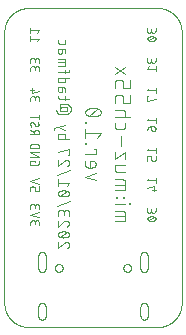
<source format=gbo>
G04 EAGLE Gerber RS-274X export*
G75*
%MOMM*%
%FSLAX34Y34*%
%LPD*%
%INSilk bottom*%
%IPPOS*%
%AMOC8*
5,1,8,0,0,1.08239X$1,22.5*%
G01*
%ADD10C,0.000000*%
%ADD11C,0.101600*%
%ADD12C,0.076200*%
%ADD13C,0.050800*%


D10*
X20000Y0D02*
X130000Y0D01*
X130483Y6D01*
X130966Y23D01*
X131449Y53D01*
X131930Y93D01*
X132411Y146D01*
X132890Y210D01*
X133367Y285D01*
X133843Y373D01*
X134316Y471D01*
X134786Y581D01*
X135254Y702D01*
X135719Y835D01*
X136180Y979D01*
X136638Y1134D01*
X137092Y1300D01*
X137542Y1477D01*
X137987Y1664D01*
X138428Y1863D01*
X138864Y2071D01*
X139294Y2291D01*
X139720Y2521D01*
X140139Y2761D01*
X140553Y3011D01*
X140960Y3271D01*
X141361Y3540D01*
X141756Y3820D01*
X142143Y4108D01*
X142524Y4407D01*
X142897Y4714D01*
X143262Y5030D01*
X143620Y5355D01*
X143970Y5688D01*
X144312Y6030D01*
X144645Y6380D01*
X144970Y6738D01*
X145286Y7103D01*
X145593Y7476D01*
X145892Y7857D01*
X146180Y8244D01*
X146460Y8639D01*
X146729Y9040D01*
X146989Y9447D01*
X147239Y9861D01*
X147479Y10280D01*
X147709Y10706D01*
X147929Y11136D01*
X148137Y11572D01*
X148336Y12013D01*
X148523Y12458D01*
X148700Y12908D01*
X148866Y13362D01*
X149021Y13820D01*
X149165Y14281D01*
X149298Y14746D01*
X149419Y15214D01*
X149529Y15684D01*
X149627Y16157D01*
X149715Y16633D01*
X149790Y17110D01*
X149854Y17589D01*
X149907Y18070D01*
X149947Y18551D01*
X149977Y19034D01*
X149994Y19517D01*
X150000Y20000D01*
X150000Y250000D01*
X149994Y250483D01*
X149977Y250966D01*
X149947Y251449D01*
X149907Y251930D01*
X149854Y252411D01*
X149790Y252890D01*
X149715Y253367D01*
X149627Y253843D01*
X149529Y254316D01*
X149419Y254786D01*
X149298Y255254D01*
X149165Y255719D01*
X149021Y256180D01*
X148866Y256638D01*
X148700Y257092D01*
X148523Y257542D01*
X148336Y257987D01*
X148137Y258428D01*
X147929Y258864D01*
X147709Y259294D01*
X147479Y259720D01*
X147239Y260139D01*
X146989Y260553D01*
X146729Y260960D01*
X146460Y261361D01*
X146180Y261756D01*
X145892Y262143D01*
X145593Y262524D01*
X145286Y262897D01*
X144970Y263262D01*
X144645Y263620D01*
X144312Y263970D01*
X143970Y264312D01*
X143620Y264645D01*
X143262Y264970D01*
X142897Y265286D01*
X142524Y265593D01*
X142143Y265892D01*
X141756Y266180D01*
X141361Y266460D01*
X140960Y266729D01*
X140553Y266989D01*
X140139Y267239D01*
X139720Y267479D01*
X139294Y267709D01*
X138864Y267929D01*
X138428Y268137D01*
X137987Y268336D01*
X137542Y268523D01*
X137092Y268700D01*
X136638Y268866D01*
X136180Y269021D01*
X135719Y269165D01*
X135254Y269298D01*
X134786Y269419D01*
X134316Y269529D01*
X133843Y269627D01*
X133367Y269715D01*
X132890Y269790D01*
X132411Y269854D01*
X131930Y269907D01*
X131449Y269947D01*
X130966Y269977D01*
X130483Y269994D01*
X130000Y270000D01*
X20000Y270000D01*
X19517Y269994D01*
X19034Y269977D01*
X18551Y269947D01*
X18070Y269907D01*
X17589Y269854D01*
X17110Y269790D01*
X16633Y269715D01*
X16157Y269627D01*
X15684Y269529D01*
X15214Y269419D01*
X14746Y269298D01*
X14281Y269165D01*
X13820Y269021D01*
X13362Y268866D01*
X12908Y268700D01*
X12458Y268523D01*
X12013Y268336D01*
X11572Y268137D01*
X11136Y267929D01*
X10706Y267709D01*
X10280Y267479D01*
X9861Y267239D01*
X9447Y266989D01*
X9040Y266729D01*
X8639Y266460D01*
X8244Y266180D01*
X7857Y265892D01*
X7476Y265593D01*
X7103Y265286D01*
X6738Y264970D01*
X6380Y264645D01*
X6030Y264312D01*
X5688Y263970D01*
X5355Y263620D01*
X5030Y263262D01*
X4714Y262897D01*
X4407Y262524D01*
X4108Y262143D01*
X3820Y261756D01*
X3540Y261361D01*
X3271Y260960D01*
X3011Y260553D01*
X2761Y260139D01*
X2521Y259720D01*
X2291Y259294D01*
X2071Y258864D01*
X1863Y258428D01*
X1664Y257987D01*
X1477Y257542D01*
X1300Y257092D01*
X1134Y256638D01*
X979Y256180D01*
X835Y255719D01*
X702Y255254D01*
X581Y254786D01*
X471Y254316D01*
X373Y253843D01*
X285Y253367D01*
X210Y252890D01*
X146Y252411D01*
X93Y251930D01*
X53Y251449D01*
X23Y250966D01*
X6Y250483D01*
X0Y250000D01*
X0Y20000D01*
X6Y19517D01*
X23Y19034D01*
X53Y18551D01*
X93Y18070D01*
X146Y17589D01*
X210Y17110D01*
X285Y16633D01*
X373Y16157D01*
X471Y15684D01*
X581Y15214D01*
X702Y14746D01*
X835Y14281D01*
X979Y13820D01*
X1134Y13362D01*
X1300Y12908D01*
X1477Y12458D01*
X1664Y12013D01*
X1863Y11572D01*
X2071Y11136D01*
X2291Y10706D01*
X2521Y10280D01*
X2761Y9861D01*
X3011Y9447D01*
X3271Y9040D01*
X3540Y8639D01*
X3820Y8244D01*
X4108Y7857D01*
X4407Y7476D01*
X4714Y7103D01*
X5030Y6738D01*
X5355Y6380D01*
X5688Y6030D01*
X6030Y5688D01*
X6380Y5355D01*
X6738Y5030D01*
X7103Y4714D01*
X7476Y4407D01*
X7857Y4108D01*
X8244Y3820D01*
X8639Y3540D01*
X9040Y3271D01*
X9447Y3011D01*
X9861Y2761D01*
X10280Y2521D01*
X10706Y2291D01*
X11136Y2071D01*
X11572Y1863D01*
X12013Y1664D01*
X12458Y1477D01*
X12908Y1300D01*
X13362Y1134D01*
X13820Y979D01*
X14281Y835D01*
X14746Y702D01*
X15214Y581D01*
X15684Y471D01*
X16157Y373D01*
X16633Y285D01*
X17110Y210D01*
X17589Y146D01*
X18070Y93D01*
X18551Y53D01*
X19034Y23D01*
X19517Y6D01*
X20000Y0D01*
D11*
X93396Y89670D02*
X102201Y89670D01*
X102201Y96274D01*
X102199Y96365D01*
X102193Y96456D01*
X102184Y96546D01*
X102171Y96636D01*
X102154Y96726D01*
X102134Y96814D01*
X102109Y96902D01*
X102082Y96989D01*
X102050Y97074D01*
X102016Y97158D01*
X101977Y97241D01*
X101936Y97322D01*
X101891Y97401D01*
X101843Y97478D01*
X101791Y97553D01*
X101737Y97626D01*
X101680Y97697D01*
X101619Y97765D01*
X101556Y97830D01*
X101491Y97893D01*
X101423Y97954D01*
X101352Y98011D01*
X101279Y98065D01*
X101204Y98117D01*
X101127Y98165D01*
X101048Y98210D01*
X100967Y98251D01*
X100884Y98290D01*
X100800Y98324D01*
X100715Y98356D01*
X100628Y98383D01*
X100540Y98408D01*
X100452Y98428D01*
X100362Y98445D01*
X100272Y98458D01*
X100182Y98467D01*
X100091Y98473D01*
X100000Y98475D01*
X100000Y98476D02*
X93396Y98476D01*
X93396Y94073D02*
X102201Y94073D01*
X102201Y104314D02*
X93396Y104314D01*
X105870Y103947D02*
X106604Y103947D01*
X106604Y104681D01*
X105870Y104681D01*
X105870Y103947D01*
X95230Y109495D02*
X94497Y109495D01*
X95230Y109495D02*
X95230Y110228D01*
X94497Y110228D01*
X94497Y109495D01*
X100367Y109495D02*
X101101Y109495D01*
X101101Y110228D01*
X100367Y110228D01*
X100367Y109495D01*
X102201Y116127D02*
X93396Y116127D01*
X102201Y116127D02*
X102201Y122731D01*
X102199Y122822D01*
X102193Y122913D01*
X102184Y123003D01*
X102171Y123093D01*
X102154Y123183D01*
X102134Y123271D01*
X102109Y123359D01*
X102082Y123446D01*
X102050Y123531D01*
X102016Y123615D01*
X101977Y123698D01*
X101936Y123779D01*
X101891Y123858D01*
X101843Y123935D01*
X101791Y124010D01*
X101737Y124083D01*
X101680Y124154D01*
X101619Y124222D01*
X101556Y124287D01*
X101491Y124350D01*
X101423Y124411D01*
X101352Y124468D01*
X101279Y124522D01*
X101204Y124574D01*
X101127Y124622D01*
X101048Y124667D01*
X100967Y124708D01*
X100884Y124747D01*
X100800Y124781D01*
X100715Y124813D01*
X100628Y124840D01*
X100540Y124865D01*
X100452Y124885D01*
X100362Y124902D01*
X100272Y124915D01*
X100182Y124924D01*
X100091Y124930D01*
X100000Y124932D01*
X93396Y124932D01*
X93396Y120529D02*
X102201Y120529D01*
X102201Y131249D02*
X95597Y131249D01*
X95597Y131250D02*
X95506Y131252D01*
X95415Y131258D01*
X95325Y131267D01*
X95235Y131280D01*
X95145Y131297D01*
X95057Y131317D01*
X94969Y131342D01*
X94882Y131369D01*
X94797Y131401D01*
X94713Y131435D01*
X94630Y131474D01*
X94549Y131515D01*
X94470Y131560D01*
X94393Y131608D01*
X94318Y131660D01*
X94245Y131714D01*
X94174Y131771D01*
X94106Y131832D01*
X94041Y131895D01*
X93978Y131960D01*
X93917Y132028D01*
X93860Y132099D01*
X93806Y132172D01*
X93754Y132247D01*
X93706Y132324D01*
X93661Y132403D01*
X93620Y132484D01*
X93581Y132567D01*
X93547Y132651D01*
X93515Y132736D01*
X93488Y132823D01*
X93463Y132911D01*
X93443Y132999D01*
X93426Y133089D01*
X93413Y133179D01*
X93404Y133269D01*
X93398Y133360D01*
X93396Y133451D01*
X93396Y137120D01*
X102201Y137120D01*
X102201Y142344D02*
X102201Y148214D01*
X93396Y142344D01*
X93396Y148214D01*
X98532Y153251D02*
X98532Y162057D01*
X93396Y169736D02*
X93396Y172671D01*
X93396Y169736D02*
X93398Y169645D01*
X93404Y169554D01*
X93413Y169464D01*
X93426Y169374D01*
X93443Y169284D01*
X93463Y169196D01*
X93488Y169108D01*
X93515Y169021D01*
X93547Y168936D01*
X93581Y168852D01*
X93620Y168769D01*
X93661Y168688D01*
X93706Y168609D01*
X93754Y168532D01*
X93806Y168457D01*
X93860Y168384D01*
X93917Y168313D01*
X93978Y168245D01*
X94041Y168180D01*
X94106Y168117D01*
X94174Y168056D01*
X94245Y167999D01*
X94318Y167945D01*
X94393Y167893D01*
X94470Y167845D01*
X94549Y167800D01*
X94630Y167759D01*
X94713Y167720D01*
X94797Y167686D01*
X94882Y167654D01*
X94969Y167627D01*
X95057Y167602D01*
X95145Y167582D01*
X95235Y167565D01*
X95325Y167552D01*
X95415Y167543D01*
X95506Y167537D01*
X95597Y167535D01*
X100000Y167535D01*
X100091Y167537D01*
X100182Y167543D01*
X100272Y167552D01*
X100362Y167565D01*
X100452Y167582D01*
X100540Y167602D01*
X100628Y167627D01*
X100715Y167654D01*
X100800Y167686D01*
X100884Y167720D01*
X100967Y167759D01*
X101048Y167800D01*
X101127Y167845D01*
X101204Y167893D01*
X101279Y167945D01*
X101352Y167999D01*
X101423Y168056D01*
X101491Y168117D01*
X101556Y168180D01*
X101619Y168245D01*
X101680Y168313D01*
X101737Y168384D01*
X101791Y168457D01*
X101843Y168532D01*
X101891Y168609D01*
X101936Y168688D01*
X101977Y168769D01*
X102016Y168852D01*
X102050Y168936D01*
X102082Y169021D01*
X102109Y169108D01*
X102134Y169196D01*
X102154Y169284D01*
X102171Y169374D01*
X102184Y169464D01*
X102193Y169554D01*
X102199Y169645D01*
X102201Y169736D01*
X102201Y172671D01*
X106604Y177762D02*
X93396Y177762D01*
X102201Y177762D02*
X102201Y181431D01*
X102199Y181522D01*
X102193Y181613D01*
X102184Y181703D01*
X102171Y181793D01*
X102154Y181883D01*
X102134Y181971D01*
X102109Y182059D01*
X102082Y182146D01*
X102050Y182231D01*
X102016Y182315D01*
X101977Y182398D01*
X101936Y182479D01*
X101891Y182558D01*
X101843Y182635D01*
X101791Y182710D01*
X101737Y182783D01*
X101680Y182854D01*
X101619Y182922D01*
X101556Y182987D01*
X101491Y183050D01*
X101423Y183111D01*
X101352Y183168D01*
X101279Y183222D01*
X101204Y183274D01*
X101127Y183322D01*
X101048Y183367D01*
X100967Y183408D01*
X100884Y183447D01*
X100800Y183481D01*
X100715Y183513D01*
X100628Y183540D01*
X100540Y183565D01*
X100452Y183585D01*
X100362Y183602D01*
X100272Y183615D01*
X100182Y183624D01*
X100091Y183630D01*
X100000Y183632D01*
X93396Y183632D01*
X93396Y189403D02*
X93396Y193805D01*
X93398Y193912D01*
X93404Y194019D01*
X93414Y194126D01*
X93427Y194232D01*
X93445Y194338D01*
X93466Y194443D01*
X93491Y194547D01*
X93520Y194651D01*
X93553Y194753D01*
X93590Y194853D01*
X93630Y194953D01*
X93674Y195051D01*
X93721Y195147D01*
X93772Y195241D01*
X93826Y195334D01*
X93883Y195424D01*
X93944Y195513D01*
X94008Y195599D01*
X94075Y195682D01*
X94145Y195764D01*
X94218Y195842D01*
X94294Y195918D01*
X94372Y195991D01*
X94454Y196061D01*
X94537Y196128D01*
X94623Y196192D01*
X94712Y196253D01*
X94802Y196310D01*
X94895Y196364D01*
X94989Y196415D01*
X95085Y196463D01*
X95183Y196506D01*
X95283Y196546D01*
X95383Y196583D01*
X95485Y196616D01*
X95589Y196645D01*
X95693Y196670D01*
X95798Y196691D01*
X95904Y196709D01*
X96010Y196722D01*
X96117Y196732D01*
X96224Y196738D01*
X96331Y196740D01*
X96331Y196741D02*
X97799Y196741D01*
X97799Y196740D02*
X97906Y196738D01*
X98013Y196732D01*
X98120Y196722D01*
X98226Y196709D01*
X98332Y196691D01*
X98437Y196670D01*
X98541Y196645D01*
X98645Y196616D01*
X98747Y196583D01*
X98847Y196546D01*
X98947Y196506D01*
X99045Y196462D01*
X99141Y196415D01*
X99235Y196364D01*
X99328Y196310D01*
X99418Y196253D01*
X99507Y196192D01*
X99593Y196128D01*
X99676Y196061D01*
X99758Y195991D01*
X99836Y195918D01*
X99912Y195842D01*
X99985Y195764D01*
X100055Y195682D01*
X100122Y195599D01*
X100186Y195513D01*
X100247Y195424D01*
X100304Y195334D01*
X100358Y195241D01*
X100409Y195147D01*
X100456Y195051D01*
X100500Y194953D01*
X100540Y194853D01*
X100577Y194753D01*
X100610Y194651D01*
X100639Y194547D01*
X100664Y194443D01*
X100685Y194338D01*
X100703Y194232D01*
X100716Y194126D01*
X100726Y194019D01*
X100732Y193912D01*
X100734Y193805D01*
X100734Y189403D01*
X106604Y189403D01*
X106604Y196741D01*
X93396Y202204D02*
X93396Y206607D01*
X93398Y206714D01*
X93404Y206821D01*
X93414Y206928D01*
X93427Y207034D01*
X93445Y207140D01*
X93466Y207245D01*
X93491Y207349D01*
X93520Y207453D01*
X93553Y207555D01*
X93590Y207655D01*
X93630Y207755D01*
X93674Y207853D01*
X93721Y207949D01*
X93772Y208043D01*
X93826Y208136D01*
X93883Y208226D01*
X93944Y208315D01*
X94008Y208401D01*
X94075Y208484D01*
X94145Y208566D01*
X94218Y208644D01*
X94294Y208720D01*
X94372Y208793D01*
X94454Y208863D01*
X94537Y208930D01*
X94623Y208994D01*
X94712Y209055D01*
X94802Y209112D01*
X94895Y209166D01*
X94989Y209217D01*
X95085Y209265D01*
X95183Y209308D01*
X95283Y209348D01*
X95383Y209385D01*
X95485Y209418D01*
X95589Y209447D01*
X95693Y209472D01*
X95798Y209493D01*
X95904Y209511D01*
X96010Y209524D01*
X96117Y209534D01*
X96224Y209540D01*
X96331Y209542D01*
X97799Y209542D01*
X97906Y209540D01*
X98013Y209534D01*
X98120Y209524D01*
X98226Y209511D01*
X98332Y209493D01*
X98437Y209472D01*
X98541Y209447D01*
X98645Y209418D01*
X98747Y209385D01*
X98847Y209348D01*
X98947Y209308D01*
X99045Y209264D01*
X99141Y209217D01*
X99235Y209166D01*
X99328Y209112D01*
X99418Y209055D01*
X99507Y208994D01*
X99593Y208930D01*
X99676Y208863D01*
X99758Y208793D01*
X99836Y208720D01*
X99912Y208644D01*
X99985Y208566D01*
X100055Y208484D01*
X100122Y208401D01*
X100186Y208315D01*
X100247Y208226D01*
X100304Y208136D01*
X100358Y208043D01*
X100409Y207949D01*
X100456Y207853D01*
X100500Y207755D01*
X100540Y207655D01*
X100577Y207555D01*
X100610Y207453D01*
X100639Y207349D01*
X100664Y207245D01*
X100685Y207140D01*
X100703Y207034D01*
X100716Y206928D01*
X100726Y206821D01*
X100732Y206714D01*
X100734Y206607D01*
X100734Y202204D01*
X106604Y202204D01*
X106604Y209542D01*
X102201Y220330D02*
X93396Y214460D01*
X93396Y220330D02*
X102201Y214460D01*
X68396Y127323D02*
X77201Y124388D01*
X77201Y130258D02*
X68396Y127323D01*
X68396Y137257D02*
X68396Y140926D01*
X68396Y137257D02*
X68398Y137166D01*
X68404Y137075D01*
X68413Y136985D01*
X68426Y136895D01*
X68443Y136805D01*
X68463Y136717D01*
X68488Y136629D01*
X68515Y136542D01*
X68547Y136457D01*
X68581Y136373D01*
X68620Y136290D01*
X68661Y136209D01*
X68706Y136130D01*
X68754Y136053D01*
X68806Y135978D01*
X68860Y135905D01*
X68917Y135834D01*
X68978Y135766D01*
X69041Y135701D01*
X69106Y135638D01*
X69174Y135577D01*
X69245Y135520D01*
X69318Y135466D01*
X69393Y135414D01*
X69470Y135366D01*
X69549Y135321D01*
X69630Y135280D01*
X69713Y135241D01*
X69797Y135207D01*
X69882Y135175D01*
X69969Y135148D01*
X70057Y135123D01*
X70145Y135103D01*
X70235Y135086D01*
X70325Y135073D01*
X70415Y135064D01*
X70506Y135058D01*
X70597Y135056D01*
X74266Y135056D01*
X74373Y135058D01*
X74480Y135064D01*
X74587Y135074D01*
X74693Y135087D01*
X74799Y135105D01*
X74904Y135126D01*
X75008Y135151D01*
X75112Y135180D01*
X75214Y135213D01*
X75314Y135250D01*
X75414Y135290D01*
X75512Y135334D01*
X75608Y135381D01*
X75702Y135432D01*
X75795Y135486D01*
X75885Y135543D01*
X75974Y135604D01*
X76060Y135668D01*
X76143Y135735D01*
X76225Y135805D01*
X76303Y135878D01*
X76379Y135954D01*
X76452Y136032D01*
X76522Y136114D01*
X76589Y136197D01*
X76653Y136283D01*
X76714Y136372D01*
X76771Y136462D01*
X76825Y136555D01*
X76876Y136649D01*
X76923Y136745D01*
X76967Y136843D01*
X77007Y136943D01*
X77044Y137043D01*
X77077Y137145D01*
X77106Y137249D01*
X77131Y137353D01*
X77152Y137458D01*
X77170Y137564D01*
X77183Y137670D01*
X77193Y137777D01*
X77199Y137884D01*
X77201Y137991D01*
X77199Y138098D01*
X77193Y138205D01*
X77183Y138312D01*
X77170Y138418D01*
X77152Y138524D01*
X77131Y138629D01*
X77106Y138733D01*
X77077Y138837D01*
X77044Y138939D01*
X77007Y139039D01*
X76967Y139139D01*
X76923Y139237D01*
X76876Y139333D01*
X76825Y139427D01*
X76771Y139520D01*
X76714Y139610D01*
X76653Y139699D01*
X76589Y139785D01*
X76522Y139868D01*
X76452Y139950D01*
X76379Y140028D01*
X76303Y140104D01*
X76225Y140177D01*
X76143Y140247D01*
X76060Y140314D01*
X75974Y140378D01*
X75885Y140439D01*
X75795Y140496D01*
X75702Y140550D01*
X75608Y140601D01*
X75512Y140648D01*
X75414Y140692D01*
X75314Y140732D01*
X75214Y140769D01*
X75112Y140802D01*
X75008Y140831D01*
X74904Y140856D01*
X74799Y140877D01*
X74693Y140895D01*
X74587Y140908D01*
X74480Y140918D01*
X74373Y140924D01*
X74266Y140926D01*
X72799Y140926D01*
X72799Y135056D01*
X77201Y146648D02*
X68396Y146648D01*
X77201Y146648D02*
X77201Y151050D01*
X75734Y151050D01*
X69130Y154693D02*
X68396Y154693D01*
X69130Y154693D02*
X69130Y155427D01*
X68396Y155427D01*
X68396Y154693D01*
X78669Y160352D02*
X81604Y164021D01*
X68396Y164021D01*
X68396Y160352D02*
X68396Y167690D01*
X68396Y172615D02*
X69130Y172615D01*
X69130Y173349D01*
X68396Y173349D01*
X68396Y172615D01*
X75000Y178275D02*
X75260Y178278D01*
X75519Y178287D01*
X75779Y178303D01*
X76038Y178325D01*
X76296Y178352D01*
X76554Y178386D01*
X76810Y178427D01*
X77066Y178473D01*
X77321Y178525D01*
X77574Y178584D01*
X77826Y178648D01*
X78076Y178719D01*
X78324Y178795D01*
X78570Y178877D01*
X78815Y178965D01*
X79057Y179059D01*
X79297Y179159D01*
X79535Y179265D01*
X79769Y179376D01*
X79770Y179375D02*
X79865Y179410D01*
X79960Y179448D01*
X80053Y179490D01*
X80144Y179536D01*
X80234Y179585D01*
X80322Y179637D01*
X80407Y179692D01*
X80491Y179751D01*
X80572Y179813D01*
X80651Y179877D01*
X80727Y179945D01*
X80801Y180016D01*
X80872Y180089D01*
X80940Y180165D01*
X81006Y180243D01*
X81068Y180324D01*
X81128Y180407D01*
X81184Y180492D01*
X81237Y180579D01*
X81286Y180668D01*
X81332Y180759D01*
X81375Y180852D01*
X81414Y180946D01*
X81450Y181042D01*
X81482Y181139D01*
X81511Y181237D01*
X81535Y181336D01*
X81556Y181436D01*
X81573Y181536D01*
X81587Y181637D01*
X81596Y181739D01*
X81602Y181841D01*
X81604Y181943D01*
X81602Y182045D01*
X81596Y182147D01*
X81587Y182249D01*
X81573Y182350D01*
X81556Y182450D01*
X81535Y182550D01*
X81511Y182649D01*
X81482Y182747D01*
X81450Y182844D01*
X81414Y182940D01*
X81375Y183034D01*
X81332Y183127D01*
X81286Y183218D01*
X81237Y183307D01*
X81184Y183394D01*
X81128Y183479D01*
X81068Y183562D01*
X81006Y183643D01*
X80940Y183721D01*
X80872Y183797D01*
X80801Y183870D01*
X80727Y183941D01*
X80651Y184009D01*
X80572Y184073D01*
X80491Y184135D01*
X80407Y184194D01*
X80322Y184249D01*
X80234Y184301D01*
X80144Y184350D01*
X80053Y184396D01*
X79960Y184438D01*
X79865Y184476D01*
X79770Y184511D01*
X79769Y184511D02*
X79534Y184622D01*
X79297Y184728D01*
X79057Y184828D01*
X78815Y184922D01*
X78570Y185010D01*
X78324Y185092D01*
X78076Y185168D01*
X77825Y185239D01*
X77574Y185303D01*
X77321Y185362D01*
X77066Y185414D01*
X76810Y185460D01*
X76554Y185501D01*
X76296Y185535D01*
X76038Y185562D01*
X75779Y185584D01*
X75519Y185600D01*
X75260Y185609D01*
X75000Y185612D01*
X75000Y178275D02*
X74740Y178278D01*
X74481Y178287D01*
X74221Y178303D01*
X73962Y178325D01*
X73704Y178352D01*
X73446Y178386D01*
X73190Y178427D01*
X72934Y178473D01*
X72679Y178525D01*
X72426Y178584D01*
X72175Y178648D01*
X71924Y178719D01*
X71676Y178795D01*
X71430Y178877D01*
X71185Y178965D01*
X70943Y179059D01*
X70703Y179159D01*
X70466Y179265D01*
X70231Y179376D01*
X70230Y179375D02*
X70135Y179410D01*
X70040Y179448D01*
X69947Y179490D01*
X69856Y179536D01*
X69766Y179585D01*
X69678Y179637D01*
X69593Y179692D01*
X69509Y179751D01*
X69428Y179813D01*
X69349Y179877D01*
X69273Y179945D01*
X69199Y180016D01*
X69128Y180089D01*
X69060Y180165D01*
X68994Y180243D01*
X68932Y180324D01*
X68872Y180407D01*
X68816Y180492D01*
X68763Y180579D01*
X68714Y180668D01*
X68668Y180759D01*
X68625Y180852D01*
X68586Y180946D01*
X68550Y181042D01*
X68518Y181139D01*
X68489Y181237D01*
X68465Y181336D01*
X68444Y181436D01*
X68427Y181536D01*
X68413Y181637D01*
X68404Y181739D01*
X68398Y181841D01*
X68396Y181943D01*
X70230Y184512D02*
X70465Y184623D01*
X70703Y184729D01*
X70943Y184829D01*
X71185Y184923D01*
X71429Y185011D01*
X71676Y185093D01*
X71924Y185169D01*
X72174Y185240D01*
X72426Y185304D01*
X72679Y185363D01*
X72934Y185415D01*
X73189Y185461D01*
X73446Y185502D01*
X73704Y185536D01*
X73962Y185563D01*
X74221Y185585D01*
X74480Y185601D01*
X74740Y185610D01*
X75000Y185613D01*
X70230Y184511D02*
X70135Y184476D01*
X70040Y184438D01*
X69947Y184396D01*
X69856Y184350D01*
X69766Y184301D01*
X69678Y184249D01*
X69593Y184194D01*
X69509Y184135D01*
X69428Y184073D01*
X69349Y184009D01*
X69273Y183941D01*
X69199Y183870D01*
X69128Y183797D01*
X69060Y183721D01*
X68994Y183643D01*
X68932Y183562D01*
X68872Y183479D01*
X68816Y183394D01*
X68763Y183307D01*
X68714Y183218D01*
X68668Y183127D01*
X68625Y183034D01*
X68586Y182940D01*
X68550Y182844D01*
X68518Y182747D01*
X68489Y182649D01*
X68465Y182550D01*
X68444Y182450D01*
X68427Y182350D01*
X68413Y182249D01*
X68404Y182147D01*
X68398Y182045D01*
X68396Y181943D01*
X71331Y179008D02*
X78669Y184878D01*
D12*
X52350Y71870D02*
X52445Y71868D01*
X52539Y71862D01*
X52633Y71853D01*
X52727Y71840D01*
X52820Y71823D01*
X52912Y71802D01*
X53004Y71777D01*
X53094Y71749D01*
X53183Y71717D01*
X53271Y71682D01*
X53357Y71643D01*
X53442Y71601D01*
X53525Y71555D01*
X53606Y71506D01*
X53685Y71454D01*
X53762Y71399D01*
X53836Y71340D01*
X53908Y71279D01*
X53978Y71215D01*
X54045Y71148D01*
X54109Y71078D01*
X54170Y71006D01*
X54229Y70932D01*
X54284Y70855D01*
X54336Y70776D01*
X54385Y70695D01*
X54431Y70612D01*
X54473Y70527D01*
X54512Y70441D01*
X54547Y70353D01*
X54579Y70264D01*
X54607Y70174D01*
X54632Y70082D01*
X54653Y69990D01*
X54670Y69897D01*
X54683Y69803D01*
X54692Y69709D01*
X54698Y69615D01*
X54700Y69520D01*
X54699Y69520D02*
X54697Y69412D01*
X54691Y69303D01*
X54681Y69195D01*
X54668Y69088D01*
X54650Y68981D01*
X54629Y68874D01*
X54604Y68769D01*
X54575Y68664D01*
X54543Y68561D01*
X54506Y68459D01*
X54466Y68358D01*
X54423Y68259D01*
X54376Y68161D01*
X54325Y68065D01*
X54271Y67971D01*
X54214Y67879D01*
X54153Y67789D01*
X54089Y67701D01*
X54023Y67616D01*
X53953Y67533D01*
X53880Y67453D01*
X53804Y67375D01*
X53726Y67300D01*
X53645Y67228D01*
X53561Y67159D01*
X53475Y67093D01*
X53387Y67030D01*
X53296Y66971D01*
X53204Y66914D01*
X53109Y66861D01*
X53013Y66812D01*
X52914Y66766D01*
X52815Y66723D01*
X52713Y66684D01*
X52611Y66649D01*
X50522Y71087D02*
X50591Y71156D01*
X50662Y71222D01*
X50735Y71286D01*
X50811Y71347D01*
X50890Y71405D01*
X50970Y71459D01*
X51053Y71511D01*
X51137Y71559D01*
X51223Y71605D01*
X51311Y71646D01*
X51401Y71685D01*
X51492Y71720D01*
X51584Y71751D01*
X51677Y71779D01*
X51771Y71803D01*
X51866Y71823D01*
X51962Y71840D01*
X52059Y71853D01*
X52156Y71862D01*
X52253Y71868D01*
X52350Y71870D01*
X50522Y71086D02*
X45301Y66649D01*
X45301Y71870D01*
X50000Y75792D02*
X50185Y75794D01*
X50370Y75801D01*
X50554Y75812D01*
X50738Y75827D01*
X50922Y75847D01*
X51106Y75871D01*
X51288Y75900D01*
X51470Y75933D01*
X51651Y75970D01*
X51831Y76012D01*
X52011Y76058D01*
X52189Y76108D01*
X52365Y76162D01*
X52541Y76221D01*
X52715Y76283D01*
X52887Y76350D01*
X53058Y76421D01*
X53227Y76496D01*
X53394Y76575D01*
X53474Y76605D01*
X53553Y76638D01*
X53630Y76675D01*
X53706Y76715D01*
X53780Y76758D01*
X53852Y76804D01*
X53921Y76854D01*
X53989Y76906D01*
X54054Y76962D01*
X54117Y77020D01*
X54176Y77082D01*
X54234Y77145D01*
X54288Y77212D01*
X54339Y77280D01*
X54387Y77351D01*
X54432Y77424D01*
X54474Y77498D01*
X54512Y77575D01*
X54547Y77653D01*
X54579Y77732D01*
X54607Y77813D01*
X54631Y77895D01*
X54652Y77979D01*
X54669Y78062D01*
X54682Y78147D01*
X54691Y78232D01*
X54697Y78317D01*
X54699Y78403D01*
X54697Y78489D01*
X54691Y78574D01*
X54682Y78659D01*
X54669Y78744D01*
X54652Y78827D01*
X54631Y78911D01*
X54607Y78993D01*
X54579Y79074D01*
X54547Y79153D01*
X54512Y79231D01*
X54474Y79308D01*
X54432Y79382D01*
X54387Y79455D01*
X54339Y79526D01*
X54288Y79594D01*
X54234Y79661D01*
X54176Y79724D01*
X54117Y79786D01*
X54054Y79844D01*
X53989Y79900D01*
X53921Y79952D01*
X53852Y80002D01*
X53780Y80048D01*
X53706Y80091D01*
X53630Y80131D01*
X53553Y80168D01*
X53474Y80201D01*
X53394Y80231D01*
X53227Y80310D01*
X53058Y80385D01*
X52887Y80456D01*
X52715Y80523D01*
X52541Y80585D01*
X52365Y80644D01*
X52189Y80698D01*
X52011Y80748D01*
X51831Y80794D01*
X51651Y80836D01*
X51470Y80873D01*
X51288Y80906D01*
X51106Y80935D01*
X50922Y80959D01*
X50738Y80979D01*
X50554Y80994D01*
X50370Y81005D01*
X50185Y81012D01*
X50000Y81014D01*
X50000Y75792D02*
X49815Y75794D01*
X49630Y75801D01*
X49446Y75812D01*
X49262Y75827D01*
X49078Y75847D01*
X48894Y75871D01*
X48712Y75900D01*
X48530Y75933D01*
X48349Y75970D01*
X48169Y76012D01*
X47989Y76058D01*
X47811Y76108D01*
X47635Y76162D01*
X47459Y76221D01*
X47285Y76283D01*
X47113Y76350D01*
X46942Y76421D01*
X46773Y76496D01*
X46606Y76575D01*
X46526Y76605D01*
X46447Y76638D01*
X46370Y76675D01*
X46294Y76715D01*
X46220Y76758D01*
X46148Y76804D01*
X46079Y76854D01*
X46011Y76907D01*
X45946Y76962D01*
X45883Y77021D01*
X45824Y77082D01*
X45766Y77145D01*
X45712Y77212D01*
X45661Y77280D01*
X45613Y77351D01*
X45568Y77424D01*
X45526Y77498D01*
X45488Y77575D01*
X45453Y77653D01*
X45421Y77732D01*
X45393Y77813D01*
X45369Y77895D01*
X45348Y77979D01*
X45331Y78062D01*
X45318Y78147D01*
X45309Y78232D01*
X45303Y78317D01*
X45301Y78403D01*
X46606Y80231D02*
X46773Y80310D01*
X46942Y80385D01*
X47113Y80456D01*
X47285Y80523D01*
X47459Y80585D01*
X47635Y80644D01*
X47811Y80698D01*
X47989Y80748D01*
X48169Y80794D01*
X48349Y80836D01*
X48530Y80873D01*
X48712Y80906D01*
X48894Y80935D01*
X49078Y80959D01*
X49262Y80979D01*
X49446Y80994D01*
X49630Y81005D01*
X49815Y81012D01*
X50000Y81014D01*
X46606Y80231D02*
X46526Y80201D01*
X46447Y80168D01*
X46370Y80131D01*
X46294Y80091D01*
X46220Y80048D01*
X46148Y80002D01*
X46079Y79952D01*
X46011Y79900D01*
X45946Y79844D01*
X45883Y79786D01*
X45824Y79724D01*
X45766Y79661D01*
X45712Y79594D01*
X45661Y79526D01*
X45613Y79455D01*
X45568Y79382D01*
X45526Y79308D01*
X45488Y79231D01*
X45453Y79153D01*
X45421Y79074D01*
X45393Y78993D01*
X45369Y78911D01*
X45348Y78827D01*
X45331Y78744D01*
X45318Y78659D01*
X45309Y78574D01*
X45303Y78489D01*
X45301Y78403D01*
X47389Y76315D02*
X52611Y80491D01*
X54700Y87808D02*
X54698Y87903D01*
X54692Y87997D01*
X54683Y88091D01*
X54670Y88185D01*
X54653Y88278D01*
X54632Y88370D01*
X54607Y88462D01*
X54579Y88552D01*
X54547Y88641D01*
X54512Y88729D01*
X54473Y88815D01*
X54431Y88900D01*
X54385Y88983D01*
X54336Y89064D01*
X54284Y89143D01*
X54229Y89220D01*
X54170Y89294D01*
X54109Y89366D01*
X54045Y89436D01*
X53978Y89503D01*
X53908Y89567D01*
X53836Y89628D01*
X53762Y89687D01*
X53685Y89742D01*
X53606Y89794D01*
X53525Y89843D01*
X53442Y89889D01*
X53357Y89931D01*
X53271Y89970D01*
X53183Y90005D01*
X53094Y90037D01*
X53004Y90065D01*
X52912Y90090D01*
X52820Y90111D01*
X52727Y90128D01*
X52633Y90141D01*
X52539Y90150D01*
X52445Y90156D01*
X52350Y90158D01*
X54699Y87808D02*
X54697Y87700D01*
X54691Y87591D01*
X54681Y87483D01*
X54668Y87376D01*
X54650Y87269D01*
X54629Y87162D01*
X54604Y87057D01*
X54575Y86952D01*
X54543Y86849D01*
X54506Y86747D01*
X54466Y86646D01*
X54423Y86547D01*
X54376Y86449D01*
X54325Y86353D01*
X54271Y86259D01*
X54214Y86167D01*
X54153Y86077D01*
X54089Y85989D01*
X54023Y85904D01*
X53953Y85821D01*
X53880Y85741D01*
X53804Y85663D01*
X53726Y85588D01*
X53645Y85516D01*
X53561Y85447D01*
X53475Y85381D01*
X53387Y85318D01*
X53296Y85259D01*
X53204Y85202D01*
X53109Y85149D01*
X53013Y85100D01*
X52914Y85054D01*
X52815Y85011D01*
X52713Y84972D01*
X52611Y84937D01*
X50522Y89375D02*
X50591Y89444D01*
X50662Y89510D01*
X50735Y89574D01*
X50811Y89635D01*
X50890Y89693D01*
X50970Y89747D01*
X51053Y89799D01*
X51137Y89847D01*
X51223Y89893D01*
X51311Y89934D01*
X51401Y89973D01*
X51492Y90008D01*
X51584Y90039D01*
X51677Y90067D01*
X51771Y90091D01*
X51866Y90111D01*
X51962Y90128D01*
X52059Y90141D01*
X52156Y90150D01*
X52253Y90156D01*
X52350Y90158D01*
X50522Y89374D02*
X45301Y84936D01*
X45301Y90158D01*
X45301Y94080D02*
X45301Y96691D01*
X45303Y96792D01*
X45309Y96893D01*
X45319Y96994D01*
X45332Y97094D01*
X45350Y97194D01*
X45371Y97293D01*
X45397Y97391D01*
X45426Y97488D01*
X45458Y97584D01*
X45495Y97678D01*
X45535Y97771D01*
X45579Y97863D01*
X45626Y97952D01*
X45677Y98040D01*
X45731Y98126D01*
X45788Y98209D01*
X45848Y98291D01*
X45912Y98369D01*
X45978Y98446D01*
X46048Y98519D01*
X46120Y98590D01*
X46195Y98658D01*
X46273Y98723D01*
X46353Y98785D01*
X46435Y98844D01*
X46520Y98900D01*
X46607Y98952D01*
X46695Y99001D01*
X46786Y99047D01*
X46878Y99088D01*
X46972Y99127D01*
X47067Y99161D01*
X47163Y99192D01*
X47261Y99219D01*
X47359Y99243D01*
X47459Y99262D01*
X47559Y99278D01*
X47659Y99290D01*
X47760Y99298D01*
X47861Y99302D01*
X47963Y99302D01*
X48064Y99298D01*
X48165Y99290D01*
X48265Y99278D01*
X48365Y99262D01*
X48465Y99243D01*
X48563Y99219D01*
X48661Y99192D01*
X48757Y99161D01*
X48852Y99127D01*
X48946Y99088D01*
X49038Y99047D01*
X49129Y99001D01*
X49218Y98952D01*
X49304Y98900D01*
X49389Y98844D01*
X49471Y98785D01*
X49551Y98723D01*
X49629Y98658D01*
X49704Y98590D01*
X49776Y98519D01*
X49846Y98446D01*
X49912Y98369D01*
X49976Y98291D01*
X50036Y98209D01*
X50093Y98126D01*
X50147Y98040D01*
X50198Y97952D01*
X50245Y97863D01*
X50289Y97771D01*
X50329Y97678D01*
X50366Y97584D01*
X50398Y97488D01*
X50427Y97391D01*
X50453Y97293D01*
X50474Y97194D01*
X50492Y97094D01*
X50505Y96994D01*
X50515Y96893D01*
X50521Y96792D01*
X50523Y96691D01*
X54699Y97213D02*
X54699Y94080D01*
X54699Y97213D02*
X54697Y97303D01*
X54691Y97392D01*
X54682Y97482D01*
X54668Y97571D01*
X54651Y97659D01*
X54630Y97746D01*
X54605Y97833D01*
X54576Y97918D01*
X54544Y98002D01*
X54509Y98084D01*
X54469Y98165D01*
X54427Y98244D01*
X54381Y98321D01*
X54331Y98396D01*
X54279Y98469D01*
X54223Y98540D01*
X54165Y98608D01*
X54103Y98673D01*
X54039Y98736D01*
X53972Y98796D01*
X53903Y98853D01*
X53831Y98907D01*
X53757Y98958D01*
X53681Y99006D01*
X53603Y99050D01*
X53523Y99091D01*
X53441Y99129D01*
X53358Y99163D01*
X53273Y99193D01*
X53187Y99220D01*
X53101Y99243D01*
X53013Y99262D01*
X52924Y99277D01*
X52835Y99289D01*
X52746Y99297D01*
X52656Y99301D01*
X52566Y99301D01*
X52476Y99297D01*
X52387Y99289D01*
X52298Y99277D01*
X52209Y99262D01*
X52121Y99243D01*
X52035Y99220D01*
X51949Y99193D01*
X51864Y99163D01*
X51781Y99129D01*
X51699Y99091D01*
X51619Y99050D01*
X51541Y99006D01*
X51465Y98958D01*
X51391Y98907D01*
X51319Y98853D01*
X51250Y98796D01*
X51183Y98736D01*
X51119Y98673D01*
X51057Y98608D01*
X50999Y98540D01*
X50943Y98469D01*
X50891Y98396D01*
X50841Y98321D01*
X50795Y98244D01*
X50753Y98165D01*
X50713Y98084D01*
X50678Y98002D01*
X50646Y97918D01*
X50617Y97833D01*
X50592Y97746D01*
X50571Y97659D01*
X50554Y97571D01*
X50540Y97482D01*
X50531Y97392D01*
X50525Y97303D01*
X50523Y97213D01*
X50522Y97213D02*
X50522Y95125D01*
X44257Y102832D02*
X55743Y107009D01*
X53394Y111322D02*
X53227Y111243D01*
X53058Y111168D01*
X52887Y111097D01*
X52715Y111030D01*
X52541Y110968D01*
X52365Y110909D01*
X52189Y110855D01*
X52011Y110805D01*
X51831Y110759D01*
X51651Y110717D01*
X51470Y110680D01*
X51288Y110647D01*
X51106Y110618D01*
X50922Y110594D01*
X50738Y110574D01*
X50554Y110559D01*
X50370Y110548D01*
X50185Y110541D01*
X50000Y110539D01*
X53394Y111322D02*
X53474Y111352D01*
X53553Y111385D01*
X53630Y111422D01*
X53706Y111462D01*
X53780Y111505D01*
X53852Y111551D01*
X53921Y111601D01*
X53989Y111653D01*
X54054Y111709D01*
X54117Y111767D01*
X54176Y111829D01*
X54234Y111892D01*
X54288Y111959D01*
X54339Y112027D01*
X54387Y112098D01*
X54432Y112171D01*
X54474Y112245D01*
X54512Y112322D01*
X54547Y112400D01*
X54579Y112479D01*
X54607Y112560D01*
X54631Y112642D01*
X54652Y112726D01*
X54669Y112809D01*
X54682Y112894D01*
X54691Y112979D01*
X54697Y113064D01*
X54699Y113150D01*
X54697Y113236D01*
X54691Y113321D01*
X54682Y113406D01*
X54669Y113491D01*
X54652Y113574D01*
X54631Y113658D01*
X54607Y113740D01*
X54579Y113821D01*
X54547Y113900D01*
X54512Y113978D01*
X54474Y114055D01*
X54432Y114129D01*
X54387Y114202D01*
X54339Y114273D01*
X54288Y114341D01*
X54234Y114408D01*
X54176Y114471D01*
X54117Y114533D01*
X54054Y114591D01*
X53989Y114647D01*
X53921Y114699D01*
X53852Y114749D01*
X53780Y114795D01*
X53706Y114838D01*
X53630Y114878D01*
X53553Y114915D01*
X53474Y114948D01*
X53394Y114978D01*
X53227Y115057D01*
X53058Y115132D01*
X52887Y115203D01*
X52715Y115270D01*
X52541Y115332D01*
X52365Y115391D01*
X52189Y115445D01*
X52011Y115495D01*
X51831Y115541D01*
X51651Y115583D01*
X51470Y115620D01*
X51288Y115653D01*
X51106Y115682D01*
X50922Y115706D01*
X50738Y115726D01*
X50554Y115741D01*
X50370Y115752D01*
X50185Y115759D01*
X50000Y115761D01*
X50000Y110539D02*
X49815Y110541D01*
X49630Y110548D01*
X49446Y110559D01*
X49262Y110574D01*
X49078Y110594D01*
X48894Y110618D01*
X48712Y110647D01*
X48530Y110680D01*
X48349Y110717D01*
X48169Y110759D01*
X47989Y110805D01*
X47811Y110855D01*
X47635Y110909D01*
X47459Y110968D01*
X47285Y111030D01*
X47113Y111097D01*
X46942Y111168D01*
X46773Y111243D01*
X46606Y111322D01*
X46526Y111352D01*
X46447Y111385D01*
X46370Y111422D01*
X46294Y111462D01*
X46220Y111505D01*
X46148Y111551D01*
X46079Y111601D01*
X46011Y111654D01*
X45946Y111709D01*
X45883Y111768D01*
X45824Y111829D01*
X45766Y111892D01*
X45712Y111959D01*
X45661Y112027D01*
X45613Y112098D01*
X45568Y112171D01*
X45526Y112245D01*
X45488Y112322D01*
X45453Y112400D01*
X45421Y112479D01*
X45393Y112560D01*
X45369Y112642D01*
X45348Y112726D01*
X45331Y112809D01*
X45318Y112894D01*
X45309Y112979D01*
X45303Y113064D01*
X45301Y113150D01*
X46606Y114978D02*
X46773Y115057D01*
X46942Y115132D01*
X47113Y115203D01*
X47285Y115270D01*
X47459Y115332D01*
X47635Y115391D01*
X47811Y115445D01*
X47989Y115495D01*
X48169Y115541D01*
X48349Y115583D01*
X48530Y115620D01*
X48712Y115653D01*
X48894Y115682D01*
X49078Y115706D01*
X49262Y115726D01*
X49446Y115741D01*
X49630Y115752D01*
X49815Y115759D01*
X50000Y115761D01*
X46606Y114978D02*
X46526Y114948D01*
X46447Y114915D01*
X46370Y114878D01*
X46294Y114838D01*
X46220Y114795D01*
X46148Y114749D01*
X46079Y114699D01*
X46011Y114647D01*
X45946Y114591D01*
X45883Y114533D01*
X45824Y114471D01*
X45766Y114408D01*
X45712Y114341D01*
X45661Y114273D01*
X45613Y114202D01*
X45568Y114129D01*
X45526Y114055D01*
X45488Y113978D01*
X45453Y113900D01*
X45421Y113821D01*
X45393Y113740D01*
X45369Y113658D01*
X45348Y113574D01*
X45331Y113491D01*
X45318Y113406D01*
X45309Y113321D01*
X45303Y113236D01*
X45301Y113150D01*
X47389Y111062D02*
X52611Y115239D01*
X52611Y119683D02*
X54699Y122294D01*
X45301Y122294D01*
X45301Y119683D02*
X45301Y124905D01*
X44257Y128435D02*
X55743Y132612D01*
X54700Y139014D02*
X54698Y139109D01*
X54692Y139203D01*
X54683Y139297D01*
X54670Y139391D01*
X54653Y139484D01*
X54632Y139576D01*
X54607Y139668D01*
X54579Y139758D01*
X54547Y139847D01*
X54512Y139935D01*
X54473Y140021D01*
X54431Y140106D01*
X54385Y140189D01*
X54336Y140270D01*
X54284Y140349D01*
X54229Y140426D01*
X54170Y140500D01*
X54109Y140572D01*
X54045Y140642D01*
X53978Y140709D01*
X53908Y140773D01*
X53836Y140834D01*
X53762Y140893D01*
X53685Y140948D01*
X53606Y141000D01*
X53525Y141049D01*
X53442Y141095D01*
X53357Y141137D01*
X53271Y141176D01*
X53183Y141211D01*
X53094Y141243D01*
X53004Y141271D01*
X52912Y141296D01*
X52820Y141317D01*
X52727Y141334D01*
X52633Y141347D01*
X52539Y141356D01*
X52445Y141362D01*
X52350Y141364D01*
X54699Y139014D02*
X54697Y138906D01*
X54691Y138797D01*
X54681Y138689D01*
X54668Y138582D01*
X54650Y138475D01*
X54629Y138368D01*
X54604Y138263D01*
X54575Y138158D01*
X54543Y138055D01*
X54506Y137953D01*
X54466Y137852D01*
X54423Y137753D01*
X54376Y137655D01*
X54325Y137559D01*
X54271Y137465D01*
X54214Y137373D01*
X54153Y137283D01*
X54089Y137195D01*
X54023Y137110D01*
X53953Y137027D01*
X53880Y136947D01*
X53804Y136869D01*
X53726Y136794D01*
X53645Y136722D01*
X53561Y136653D01*
X53475Y136587D01*
X53387Y136524D01*
X53296Y136465D01*
X53204Y136408D01*
X53109Y136355D01*
X53013Y136306D01*
X52914Y136260D01*
X52815Y136217D01*
X52713Y136178D01*
X52611Y136143D01*
X50522Y140581D02*
X50591Y140650D01*
X50662Y140716D01*
X50735Y140780D01*
X50811Y140841D01*
X50890Y140899D01*
X50970Y140953D01*
X51053Y141005D01*
X51137Y141053D01*
X51223Y141099D01*
X51311Y141140D01*
X51401Y141179D01*
X51492Y141214D01*
X51584Y141245D01*
X51677Y141273D01*
X51771Y141297D01*
X51866Y141317D01*
X51962Y141334D01*
X52059Y141347D01*
X52156Y141356D01*
X52253Y141362D01*
X52350Y141364D01*
X50522Y140581D02*
X45301Y136143D01*
X45301Y141364D01*
X53655Y145287D02*
X54699Y145287D01*
X54699Y150508D01*
X45301Y147897D01*
X45301Y159570D02*
X54699Y159570D01*
X45301Y159570D02*
X45301Y162181D01*
X45303Y162258D01*
X45309Y162334D01*
X45318Y162411D01*
X45331Y162487D01*
X45348Y162562D01*
X45368Y162636D01*
X45393Y162709D01*
X45420Y162780D01*
X45451Y162851D01*
X45486Y162919D01*
X45524Y162986D01*
X45565Y163051D01*
X45609Y163114D01*
X45656Y163174D01*
X45707Y163233D01*
X45760Y163288D01*
X45815Y163341D01*
X45874Y163392D01*
X45934Y163439D01*
X45997Y163483D01*
X46062Y163524D01*
X46129Y163562D01*
X46197Y163597D01*
X46268Y163628D01*
X46339Y163655D01*
X46412Y163680D01*
X46486Y163700D01*
X46561Y163717D01*
X46637Y163730D01*
X46713Y163739D01*
X46790Y163745D01*
X46867Y163747D01*
X50000Y163747D01*
X50077Y163745D01*
X50153Y163739D01*
X50230Y163730D01*
X50306Y163717D01*
X50381Y163700D01*
X50455Y163680D01*
X50528Y163655D01*
X50599Y163628D01*
X50670Y163597D01*
X50738Y163562D01*
X50805Y163524D01*
X50870Y163483D01*
X50933Y163439D01*
X50993Y163392D01*
X51052Y163341D01*
X51107Y163288D01*
X51160Y163233D01*
X51211Y163174D01*
X51258Y163114D01*
X51302Y163051D01*
X51343Y162986D01*
X51381Y162919D01*
X51416Y162851D01*
X51447Y162780D01*
X51474Y162709D01*
X51499Y162636D01*
X51519Y162562D01*
X51536Y162487D01*
X51549Y162411D01*
X51558Y162334D01*
X51564Y162258D01*
X51566Y162181D01*
X51566Y159570D01*
X42168Y167144D02*
X42168Y168189D01*
X51566Y171321D01*
X51566Y167144D02*
X45301Y169233D01*
X53133Y184473D02*
X53133Y186039D01*
X53132Y184473D02*
X53130Y184396D01*
X53124Y184320D01*
X53115Y184243D01*
X53102Y184167D01*
X53085Y184092D01*
X53065Y184018D01*
X53040Y183945D01*
X53013Y183874D01*
X52982Y183803D01*
X52947Y183735D01*
X52909Y183668D01*
X52868Y183603D01*
X52824Y183540D01*
X52777Y183480D01*
X52726Y183421D01*
X52673Y183366D01*
X52618Y183313D01*
X52559Y183262D01*
X52499Y183215D01*
X52436Y183171D01*
X52371Y183130D01*
X52304Y183092D01*
X52236Y183057D01*
X52165Y183026D01*
X52094Y182999D01*
X52021Y182974D01*
X51947Y182954D01*
X51872Y182937D01*
X51796Y182924D01*
X51720Y182915D01*
X51643Y182909D01*
X51566Y182907D01*
X51566Y182906D02*
X48434Y182906D01*
X48434Y182907D02*
X48356Y182909D01*
X48278Y182915D01*
X48201Y182924D01*
X48124Y182938D01*
X48048Y182955D01*
X47972Y182977D01*
X47898Y183001D01*
X47826Y183030D01*
X47755Y183062D01*
X47685Y183098D01*
X47617Y183137D01*
X47552Y183179D01*
X47488Y183225D01*
X47427Y183273D01*
X47369Y183325D01*
X47313Y183380D01*
X47260Y183437D01*
X47210Y183497D01*
X47163Y183559D01*
X47119Y183623D01*
X47078Y183690D01*
X47040Y183759D01*
X47007Y183829D01*
X46976Y183901D01*
X46950Y183974D01*
X46927Y184049D01*
X46907Y184125D01*
X46892Y184201D01*
X46880Y184278D01*
X46872Y184356D01*
X46868Y184434D01*
X46868Y184512D01*
X46872Y184590D01*
X46880Y184668D01*
X46892Y184745D01*
X46907Y184821D01*
X46927Y184897D01*
X46950Y184972D01*
X46976Y185045D01*
X47007Y185117D01*
X47040Y185187D01*
X47078Y185256D01*
X47119Y185323D01*
X47163Y185387D01*
X47210Y185449D01*
X47260Y185509D01*
X47313Y185566D01*
X47369Y185621D01*
X47427Y185673D01*
X47488Y185721D01*
X47552Y185767D01*
X47617Y185809D01*
X47685Y185848D01*
X47755Y185884D01*
X47826Y185916D01*
X47898Y185945D01*
X47972Y185969D01*
X48048Y185991D01*
X48124Y186008D01*
X48201Y186022D01*
X48278Y186031D01*
X48356Y186037D01*
X48434Y186039D01*
X48173Y186039D02*
X53133Y186039D01*
X48173Y186039D02*
X48102Y186041D01*
X48032Y186047D01*
X47962Y186056D01*
X47892Y186070D01*
X47824Y186087D01*
X47756Y186107D01*
X47690Y186132D01*
X47625Y186160D01*
X47562Y186191D01*
X47500Y186226D01*
X47441Y186264D01*
X47383Y186305D01*
X47328Y186349D01*
X47276Y186397D01*
X47226Y186447D01*
X47178Y186499D01*
X47134Y186554D01*
X47093Y186612D01*
X47055Y186671D01*
X47020Y186733D01*
X46989Y186796D01*
X46961Y186861D01*
X46936Y186927D01*
X46916Y186995D01*
X46899Y187063D01*
X46885Y187133D01*
X46876Y187203D01*
X46870Y187273D01*
X46868Y187344D01*
X46870Y187415D01*
X46876Y187485D01*
X46885Y187555D01*
X46899Y187625D01*
X46916Y187693D01*
X46936Y187761D01*
X46961Y187827D01*
X46989Y187892D01*
X47020Y187955D01*
X47055Y188017D01*
X47093Y188076D01*
X47134Y188134D01*
X47178Y188189D01*
X47226Y188241D01*
X47276Y188291D01*
X47328Y188339D01*
X47383Y188383D01*
X47441Y188424D01*
X47500Y188462D01*
X47562Y188497D01*
X47625Y188528D01*
X47690Y188556D01*
X47756Y188581D01*
X47824Y188601D01*
X47892Y188618D01*
X47962Y188632D01*
X48032Y188641D01*
X48102Y188647D01*
X48173Y188649D01*
X48173Y188650D02*
X52088Y188650D01*
X52215Y188648D01*
X52343Y188642D01*
X52470Y188633D01*
X52596Y188619D01*
X52723Y188602D01*
X52848Y188580D01*
X52973Y188555D01*
X53097Y188526D01*
X53220Y188494D01*
X53342Y188457D01*
X53463Y188417D01*
X53583Y188373D01*
X53701Y188326D01*
X53818Y188275D01*
X53933Y188220D01*
X54046Y188162D01*
X54158Y188101D01*
X54268Y188036D01*
X54375Y187968D01*
X54481Y187897D01*
X54584Y187822D01*
X54685Y187744D01*
X54784Y187664D01*
X54880Y187580D01*
X54973Y187493D01*
X55064Y187404D01*
X55152Y187312D01*
X55237Y187217D01*
X55319Y187120D01*
X55399Y187020D01*
X55475Y186918D01*
X55548Y186813D01*
X55617Y186707D01*
X55684Y186598D01*
X55747Y186488D01*
X55807Y186375D01*
X55863Y186261D01*
X55916Y186145D01*
X55965Y186027D01*
X56011Y185908D01*
X56053Y185788D01*
X56091Y185666D01*
X56125Y185544D01*
X56156Y185420D01*
X56183Y185296D01*
X56206Y185170D01*
X56226Y185045D01*
X56241Y184918D01*
X56253Y184791D01*
X56261Y184664D01*
X56265Y184537D01*
X56265Y184409D01*
X56261Y184282D01*
X56253Y184155D01*
X56241Y184028D01*
X56226Y183901D01*
X56206Y183776D01*
X56183Y183650D01*
X56156Y183526D01*
X56125Y183402D01*
X56091Y183280D01*
X56053Y183158D01*
X56011Y183038D01*
X55965Y182919D01*
X55916Y182801D01*
X55863Y182685D01*
X55807Y182571D01*
X55747Y182458D01*
X55684Y182348D01*
X55617Y182239D01*
X55548Y182133D01*
X55475Y182028D01*
X55399Y181926D01*
X55319Y181826D01*
X55237Y181729D01*
X55152Y181634D01*
X55064Y181542D01*
X54973Y181453D01*
X54880Y181366D01*
X54784Y181282D01*
X54685Y181202D01*
X54584Y181124D01*
X54481Y181049D01*
X54375Y180978D01*
X54268Y180910D01*
X54158Y180845D01*
X54046Y180784D01*
X53933Y180726D01*
X53818Y180671D01*
X53701Y180620D01*
X53583Y180573D01*
X53463Y180529D01*
X53342Y180489D01*
X53220Y180452D01*
X53097Y180420D01*
X52973Y180391D01*
X52848Y180366D01*
X52723Y180344D01*
X52596Y180327D01*
X52470Y180313D01*
X52343Y180304D01*
X52215Y180298D01*
X52088Y180296D01*
X47651Y180296D01*
X47528Y180298D01*
X47406Y180304D01*
X47283Y180313D01*
X47161Y180327D01*
X47039Y180344D01*
X46918Y180365D01*
X46798Y180390D01*
X46679Y180418D01*
X46560Y180451D01*
X46443Y180487D01*
X46327Y180526D01*
X46212Y180569D01*
X46098Y180616D01*
X45986Y180667D01*
X45876Y180720D01*
X45767Y180778D01*
X45660Y180838D01*
X45555Y180902D01*
X45453Y180969D01*
X45352Y181040D01*
X45254Y181113D01*
X45158Y181190D01*
X45064Y181269D01*
X44973Y181352D01*
X44884Y181437D01*
X44799Y181525D01*
X44716Y181615D01*
X44636Y181708D01*
X44559Y181804D01*
X44484Y181902D01*
X44413Y182002D01*
X44346Y182104D01*
X44281Y182209D01*
X44220Y182315D01*
X44162Y182424D01*
X44107Y182534D01*
X44056Y182645D01*
X44009Y182758D01*
X43965Y182873D01*
X43924Y182989D01*
X43888Y183106D01*
X43855Y183225D01*
X43825Y183344D01*
X43800Y183464D01*
X43778Y183585D01*
X43760Y183706D01*
X43746Y183828D01*
X43735Y183951D01*
X51566Y192284D02*
X51566Y195416D01*
X54699Y193328D02*
X46867Y193328D01*
X46790Y193330D01*
X46714Y193336D01*
X46637Y193345D01*
X46561Y193358D01*
X46486Y193375D01*
X46412Y193395D01*
X46339Y193420D01*
X46268Y193447D01*
X46197Y193478D01*
X46129Y193513D01*
X46062Y193551D01*
X45997Y193592D01*
X45934Y193636D01*
X45874Y193683D01*
X45815Y193734D01*
X45760Y193787D01*
X45707Y193842D01*
X45656Y193901D01*
X45609Y193961D01*
X45565Y194024D01*
X45524Y194089D01*
X45486Y194156D01*
X45451Y194224D01*
X45420Y194295D01*
X45393Y194366D01*
X45368Y194439D01*
X45348Y194513D01*
X45331Y194588D01*
X45318Y194664D01*
X45309Y194741D01*
X45303Y194817D01*
X45301Y194894D01*
X45301Y195416D01*
X48956Y200625D02*
X48956Y202975D01*
X48955Y200625D02*
X48953Y200541D01*
X48947Y200456D01*
X48937Y200373D01*
X48924Y200289D01*
X48906Y200207D01*
X48885Y200125D01*
X48860Y200044D01*
X48832Y199965D01*
X48799Y199887D01*
X48763Y199811D01*
X48724Y199736D01*
X48681Y199663D01*
X48635Y199592D01*
X48586Y199524D01*
X48534Y199458D01*
X48478Y199394D01*
X48420Y199333D01*
X48359Y199275D01*
X48295Y199219D01*
X48229Y199167D01*
X48161Y199118D01*
X48090Y199072D01*
X48017Y199029D01*
X47942Y198990D01*
X47866Y198954D01*
X47788Y198921D01*
X47709Y198893D01*
X47628Y198868D01*
X47546Y198847D01*
X47464Y198829D01*
X47380Y198816D01*
X47297Y198806D01*
X47212Y198800D01*
X47128Y198798D01*
X47044Y198800D01*
X46959Y198806D01*
X46876Y198816D01*
X46792Y198829D01*
X46710Y198847D01*
X46628Y198868D01*
X46547Y198893D01*
X46468Y198921D01*
X46390Y198954D01*
X46314Y198990D01*
X46239Y199029D01*
X46166Y199072D01*
X46095Y199118D01*
X46027Y199167D01*
X45961Y199219D01*
X45897Y199275D01*
X45836Y199333D01*
X45778Y199394D01*
X45722Y199458D01*
X45670Y199524D01*
X45621Y199592D01*
X45575Y199663D01*
X45532Y199736D01*
X45493Y199811D01*
X45457Y199887D01*
X45424Y199965D01*
X45396Y200044D01*
X45371Y200125D01*
X45350Y200207D01*
X45332Y200289D01*
X45319Y200373D01*
X45309Y200456D01*
X45303Y200541D01*
X45301Y200625D01*
X45301Y202975D01*
X50000Y202975D01*
X50000Y202974D02*
X50077Y202972D01*
X50153Y202966D01*
X50230Y202957D01*
X50306Y202944D01*
X50381Y202927D01*
X50455Y202907D01*
X50528Y202882D01*
X50599Y202855D01*
X50670Y202824D01*
X50738Y202789D01*
X50805Y202751D01*
X50870Y202710D01*
X50933Y202666D01*
X50993Y202619D01*
X51052Y202568D01*
X51107Y202515D01*
X51160Y202460D01*
X51211Y202401D01*
X51258Y202341D01*
X51302Y202278D01*
X51343Y202213D01*
X51381Y202146D01*
X51416Y202078D01*
X51447Y202007D01*
X51474Y201936D01*
X51499Y201863D01*
X51519Y201789D01*
X51536Y201714D01*
X51549Y201638D01*
X51558Y201561D01*
X51564Y201485D01*
X51566Y201408D01*
X51566Y199320D01*
X54699Y211204D02*
X45301Y211204D01*
X45301Y208594D01*
X45303Y208517D01*
X45309Y208441D01*
X45318Y208364D01*
X45331Y208288D01*
X45348Y208213D01*
X45368Y208139D01*
X45393Y208066D01*
X45420Y207995D01*
X45451Y207924D01*
X45486Y207856D01*
X45524Y207789D01*
X45565Y207724D01*
X45609Y207661D01*
X45656Y207601D01*
X45707Y207542D01*
X45760Y207487D01*
X45815Y207434D01*
X45874Y207383D01*
X45934Y207336D01*
X45997Y207292D01*
X46062Y207251D01*
X46129Y207213D01*
X46197Y207178D01*
X46268Y207147D01*
X46339Y207120D01*
X46412Y207095D01*
X46486Y207075D01*
X46561Y207058D01*
X46637Y207045D01*
X46714Y207036D01*
X46790Y207030D01*
X46867Y207028D01*
X46867Y207027D02*
X50000Y207027D01*
X50000Y207028D02*
X50077Y207030D01*
X50153Y207036D01*
X50230Y207045D01*
X50306Y207058D01*
X50381Y207075D01*
X50455Y207095D01*
X50528Y207120D01*
X50599Y207147D01*
X50670Y207178D01*
X50738Y207213D01*
X50805Y207251D01*
X50870Y207292D01*
X50933Y207336D01*
X50993Y207383D01*
X51052Y207434D01*
X51107Y207487D01*
X51160Y207542D01*
X51211Y207601D01*
X51258Y207661D01*
X51302Y207724D01*
X51343Y207789D01*
X51381Y207856D01*
X51416Y207924D01*
X51447Y207995D01*
X51474Y208066D01*
X51499Y208139D01*
X51519Y208213D01*
X51536Y208288D01*
X51549Y208364D01*
X51558Y208441D01*
X51564Y208517D01*
X51566Y208594D01*
X51566Y211204D01*
X53133Y215807D02*
X45301Y215807D01*
X53133Y215808D02*
X53210Y215810D01*
X53286Y215816D01*
X53363Y215825D01*
X53439Y215838D01*
X53514Y215855D01*
X53588Y215875D01*
X53661Y215900D01*
X53732Y215927D01*
X53803Y215958D01*
X53871Y215993D01*
X53938Y216031D01*
X54003Y216072D01*
X54066Y216116D01*
X54126Y216163D01*
X54185Y216214D01*
X54240Y216267D01*
X54293Y216322D01*
X54344Y216381D01*
X54391Y216441D01*
X54435Y216504D01*
X54476Y216569D01*
X54514Y216636D01*
X54549Y216704D01*
X54580Y216775D01*
X54607Y216846D01*
X54632Y216919D01*
X54652Y216993D01*
X54669Y217068D01*
X54682Y217144D01*
X54691Y217220D01*
X54697Y217297D01*
X54699Y217374D01*
X54699Y217896D01*
X51566Y217896D02*
X51566Y214763D01*
X51566Y220964D02*
X45301Y220964D01*
X51566Y220964D02*
X51566Y225663D01*
X51564Y225740D01*
X51558Y225816D01*
X51549Y225893D01*
X51536Y225969D01*
X51519Y226044D01*
X51499Y226118D01*
X51474Y226191D01*
X51447Y226262D01*
X51416Y226333D01*
X51381Y226401D01*
X51343Y226468D01*
X51302Y226533D01*
X51258Y226596D01*
X51211Y226656D01*
X51160Y226715D01*
X51107Y226770D01*
X51052Y226823D01*
X50993Y226874D01*
X50933Y226921D01*
X50870Y226965D01*
X50805Y227006D01*
X50738Y227044D01*
X50670Y227079D01*
X50599Y227110D01*
X50528Y227137D01*
X50455Y227162D01*
X50381Y227182D01*
X50306Y227199D01*
X50230Y227212D01*
X50153Y227221D01*
X50077Y227227D01*
X50000Y227229D01*
X45301Y227229D01*
X45301Y224097D02*
X51566Y224097D01*
X48956Y233239D02*
X48956Y235588D01*
X48955Y233239D02*
X48953Y233155D01*
X48947Y233070D01*
X48937Y232987D01*
X48924Y232903D01*
X48906Y232821D01*
X48885Y232739D01*
X48860Y232658D01*
X48832Y232579D01*
X48799Y232501D01*
X48763Y232425D01*
X48724Y232350D01*
X48681Y232277D01*
X48635Y232206D01*
X48586Y232138D01*
X48534Y232072D01*
X48478Y232008D01*
X48420Y231947D01*
X48359Y231889D01*
X48295Y231833D01*
X48229Y231781D01*
X48161Y231732D01*
X48090Y231686D01*
X48017Y231643D01*
X47942Y231604D01*
X47866Y231568D01*
X47788Y231535D01*
X47709Y231507D01*
X47628Y231482D01*
X47546Y231461D01*
X47464Y231443D01*
X47380Y231430D01*
X47297Y231420D01*
X47212Y231414D01*
X47128Y231412D01*
X47044Y231414D01*
X46959Y231420D01*
X46876Y231430D01*
X46792Y231443D01*
X46710Y231461D01*
X46628Y231482D01*
X46547Y231507D01*
X46468Y231535D01*
X46390Y231568D01*
X46314Y231604D01*
X46239Y231643D01*
X46166Y231686D01*
X46095Y231732D01*
X46027Y231781D01*
X45961Y231833D01*
X45897Y231889D01*
X45836Y231947D01*
X45778Y232008D01*
X45722Y232072D01*
X45670Y232138D01*
X45621Y232206D01*
X45575Y232277D01*
X45532Y232350D01*
X45493Y232425D01*
X45457Y232501D01*
X45424Y232579D01*
X45396Y232658D01*
X45371Y232739D01*
X45350Y232821D01*
X45332Y232903D01*
X45319Y232987D01*
X45309Y233070D01*
X45303Y233155D01*
X45301Y233239D01*
X45301Y235588D01*
X50000Y235588D01*
X50077Y235586D01*
X50153Y235580D01*
X50230Y235571D01*
X50306Y235558D01*
X50381Y235541D01*
X50455Y235521D01*
X50528Y235496D01*
X50599Y235469D01*
X50670Y235438D01*
X50738Y235403D01*
X50805Y235365D01*
X50870Y235324D01*
X50933Y235280D01*
X50993Y235233D01*
X51052Y235182D01*
X51107Y235129D01*
X51160Y235074D01*
X51211Y235015D01*
X51258Y234955D01*
X51302Y234892D01*
X51343Y234827D01*
X51381Y234760D01*
X51416Y234692D01*
X51447Y234621D01*
X51474Y234550D01*
X51499Y234477D01*
X51519Y234403D01*
X51536Y234328D01*
X51549Y234252D01*
X51558Y234175D01*
X51564Y234099D01*
X51566Y234022D01*
X51566Y231933D01*
X45301Y241263D02*
X45301Y243351D01*
X45301Y241263D02*
X45303Y241186D01*
X45309Y241110D01*
X45318Y241033D01*
X45331Y240957D01*
X45348Y240882D01*
X45368Y240808D01*
X45393Y240735D01*
X45420Y240664D01*
X45451Y240593D01*
X45486Y240525D01*
X45524Y240458D01*
X45565Y240393D01*
X45609Y240330D01*
X45656Y240270D01*
X45707Y240211D01*
X45760Y240156D01*
X45815Y240103D01*
X45874Y240052D01*
X45934Y240005D01*
X45997Y239961D01*
X46062Y239920D01*
X46129Y239882D01*
X46197Y239847D01*
X46268Y239816D01*
X46339Y239789D01*
X46412Y239764D01*
X46486Y239744D01*
X46561Y239727D01*
X46637Y239714D01*
X46714Y239705D01*
X46790Y239699D01*
X46867Y239697D01*
X50000Y239697D01*
X50077Y239699D01*
X50153Y239705D01*
X50230Y239714D01*
X50306Y239727D01*
X50381Y239744D01*
X50455Y239764D01*
X50528Y239789D01*
X50599Y239816D01*
X50670Y239847D01*
X50738Y239882D01*
X50805Y239920D01*
X50870Y239961D01*
X50933Y240005D01*
X50993Y240052D01*
X51052Y240103D01*
X51107Y240156D01*
X51160Y240211D01*
X51211Y240270D01*
X51258Y240330D01*
X51302Y240393D01*
X51343Y240458D01*
X51381Y240525D01*
X51416Y240593D01*
X51447Y240664D01*
X51474Y240735D01*
X51499Y240808D01*
X51519Y240882D01*
X51536Y240957D01*
X51549Y241033D01*
X51558Y241110D01*
X51564Y241186D01*
X51566Y241263D01*
X51566Y243351D01*
D13*
X28956Y244221D02*
X27376Y242245D01*
X28956Y244221D02*
X21844Y244221D01*
X21844Y242245D02*
X21844Y246197D01*
X27376Y249103D02*
X28956Y251079D01*
X21844Y251079D01*
X21844Y249103D02*
X21844Y253055D01*
X21844Y218821D02*
X21844Y216845D01*
X21844Y218821D02*
X21846Y218908D01*
X21852Y218996D01*
X21861Y219083D01*
X21875Y219169D01*
X21892Y219255D01*
X21913Y219339D01*
X21938Y219423D01*
X21967Y219506D01*
X21999Y219587D01*
X22034Y219667D01*
X22073Y219745D01*
X22116Y219822D01*
X22162Y219896D01*
X22211Y219968D01*
X22263Y220038D01*
X22319Y220106D01*
X22377Y220171D01*
X22438Y220234D01*
X22502Y220293D01*
X22569Y220350D01*
X22637Y220404D01*
X22709Y220455D01*
X22782Y220502D01*
X22857Y220547D01*
X22935Y220588D01*
X23014Y220625D01*
X23094Y220659D01*
X23176Y220689D01*
X23259Y220716D01*
X23344Y220739D01*
X23429Y220758D01*
X23515Y220773D01*
X23602Y220785D01*
X23689Y220793D01*
X23776Y220797D01*
X23864Y220797D01*
X23951Y220793D01*
X24038Y220785D01*
X24125Y220773D01*
X24211Y220758D01*
X24296Y220739D01*
X24381Y220716D01*
X24464Y220689D01*
X24546Y220659D01*
X24626Y220625D01*
X24705Y220588D01*
X24783Y220547D01*
X24858Y220502D01*
X24931Y220455D01*
X25003Y220404D01*
X25071Y220350D01*
X25138Y220293D01*
X25202Y220234D01*
X25263Y220171D01*
X25321Y220106D01*
X25377Y220038D01*
X25429Y219968D01*
X25478Y219896D01*
X25524Y219822D01*
X25567Y219745D01*
X25606Y219667D01*
X25641Y219587D01*
X25673Y219506D01*
X25702Y219423D01*
X25727Y219339D01*
X25748Y219255D01*
X25765Y219169D01*
X25779Y219083D01*
X25788Y218996D01*
X25794Y218908D01*
X25796Y218821D01*
X28956Y219216D02*
X28956Y216845D01*
X28956Y219216D02*
X28954Y219295D01*
X28948Y219373D01*
X28938Y219451D01*
X28925Y219529D01*
X28907Y219606D01*
X28886Y219682D01*
X28861Y219756D01*
X28832Y219830D01*
X28800Y219902D01*
X28764Y219972D01*
X28724Y220040D01*
X28681Y220106D01*
X28635Y220170D01*
X28586Y220232D01*
X28534Y220291D01*
X28479Y220347D01*
X28421Y220401D01*
X28361Y220451D01*
X28298Y220499D01*
X28233Y220543D01*
X28166Y220584D01*
X28097Y220622D01*
X28026Y220656D01*
X27953Y220687D01*
X27879Y220714D01*
X27804Y220737D01*
X27728Y220756D01*
X27650Y220772D01*
X27572Y220784D01*
X27494Y220792D01*
X27415Y220796D01*
X27337Y220796D01*
X27258Y220792D01*
X27180Y220784D01*
X27102Y220772D01*
X27024Y220756D01*
X26948Y220737D01*
X26873Y220714D01*
X26799Y220687D01*
X26726Y220656D01*
X26655Y220622D01*
X26586Y220584D01*
X26519Y220543D01*
X26454Y220499D01*
X26391Y220451D01*
X26331Y220401D01*
X26273Y220347D01*
X26218Y220291D01*
X26166Y220232D01*
X26117Y220170D01*
X26071Y220106D01*
X26028Y220040D01*
X25988Y219972D01*
X25952Y219902D01*
X25920Y219830D01*
X25891Y219756D01*
X25866Y219682D01*
X25845Y219606D01*
X25827Y219529D01*
X25814Y219451D01*
X25804Y219373D01*
X25798Y219295D01*
X25796Y219216D01*
X25795Y219216D02*
X25795Y217636D01*
X21844Y223703D02*
X21844Y225679D01*
X21846Y225766D01*
X21852Y225854D01*
X21861Y225941D01*
X21875Y226027D01*
X21892Y226113D01*
X21913Y226197D01*
X21938Y226281D01*
X21967Y226364D01*
X21999Y226445D01*
X22034Y226525D01*
X22073Y226603D01*
X22116Y226680D01*
X22162Y226754D01*
X22211Y226826D01*
X22263Y226896D01*
X22319Y226964D01*
X22377Y227029D01*
X22438Y227092D01*
X22502Y227151D01*
X22569Y227208D01*
X22637Y227262D01*
X22709Y227313D01*
X22782Y227360D01*
X22857Y227405D01*
X22935Y227446D01*
X23014Y227483D01*
X23094Y227517D01*
X23176Y227547D01*
X23259Y227574D01*
X23344Y227597D01*
X23429Y227616D01*
X23515Y227631D01*
X23602Y227643D01*
X23689Y227651D01*
X23776Y227655D01*
X23864Y227655D01*
X23951Y227651D01*
X24038Y227643D01*
X24125Y227631D01*
X24211Y227616D01*
X24296Y227597D01*
X24381Y227574D01*
X24464Y227547D01*
X24546Y227517D01*
X24626Y227483D01*
X24705Y227446D01*
X24783Y227405D01*
X24858Y227360D01*
X24931Y227313D01*
X25003Y227262D01*
X25071Y227208D01*
X25138Y227151D01*
X25202Y227092D01*
X25263Y227029D01*
X25321Y226964D01*
X25377Y226896D01*
X25429Y226826D01*
X25478Y226754D01*
X25524Y226680D01*
X25567Y226603D01*
X25606Y226525D01*
X25641Y226445D01*
X25673Y226364D01*
X25702Y226281D01*
X25727Y226197D01*
X25748Y226113D01*
X25765Y226027D01*
X25779Y225941D01*
X25788Y225854D01*
X25794Y225766D01*
X25796Y225679D01*
X28956Y226074D02*
X28956Y223703D01*
X28956Y226074D02*
X28954Y226153D01*
X28948Y226231D01*
X28938Y226309D01*
X28925Y226387D01*
X28907Y226464D01*
X28886Y226540D01*
X28861Y226614D01*
X28832Y226688D01*
X28800Y226760D01*
X28764Y226830D01*
X28724Y226898D01*
X28681Y226964D01*
X28635Y227028D01*
X28586Y227090D01*
X28534Y227149D01*
X28479Y227205D01*
X28421Y227259D01*
X28361Y227309D01*
X28298Y227357D01*
X28233Y227401D01*
X28166Y227442D01*
X28097Y227480D01*
X28026Y227514D01*
X27953Y227545D01*
X27879Y227572D01*
X27804Y227595D01*
X27728Y227614D01*
X27650Y227630D01*
X27572Y227642D01*
X27494Y227650D01*
X27415Y227654D01*
X27337Y227654D01*
X27258Y227650D01*
X27180Y227642D01*
X27102Y227630D01*
X27024Y227614D01*
X26948Y227595D01*
X26873Y227572D01*
X26799Y227545D01*
X26726Y227514D01*
X26655Y227480D01*
X26586Y227442D01*
X26519Y227401D01*
X26454Y227357D01*
X26391Y227309D01*
X26331Y227259D01*
X26273Y227205D01*
X26218Y227149D01*
X26166Y227090D01*
X26117Y227028D01*
X26071Y226964D01*
X26028Y226898D01*
X25988Y226830D01*
X25952Y226760D01*
X25920Y226688D01*
X25891Y226614D01*
X25866Y226540D01*
X25845Y226464D01*
X25827Y226387D01*
X25814Y226309D01*
X25804Y226231D01*
X25798Y226153D01*
X25796Y226074D01*
X25795Y226074D02*
X25795Y224494D01*
X21844Y193421D02*
X21844Y191445D01*
X21844Y193421D02*
X21846Y193508D01*
X21852Y193596D01*
X21861Y193683D01*
X21875Y193769D01*
X21892Y193855D01*
X21913Y193939D01*
X21938Y194023D01*
X21967Y194106D01*
X21999Y194187D01*
X22034Y194267D01*
X22073Y194345D01*
X22116Y194422D01*
X22162Y194496D01*
X22211Y194568D01*
X22263Y194638D01*
X22319Y194706D01*
X22377Y194771D01*
X22438Y194834D01*
X22502Y194893D01*
X22569Y194950D01*
X22637Y195004D01*
X22709Y195055D01*
X22782Y195102D01*
X22857Y195147D01*
X22935Y195188D01*
X23014Y195225D01*
X23094Y195259D01*
X23176Y195289D01*
X23259Y195316D01*
X23344Y195339D01*
X23429Y195358D01*
X23515Y195373D01*
X23602Y195385D01*
X23689Y195393D01*
X23776Y195397D01*
X23864Y195397D01*
X23951Y195393D01*
X24038Y195385D01*
X24125Y195373D01*
X24211Y195358D01*
X24296Y195339D01*
X24381Y195316D01*
X24464Y195289D01*
X24546Y195259D01*
X24626Y195225D01*
X24705Y195188D01*
X24783Y195147D01*
X24858Y195102D01*
X24931Y195055D01*
X25003Y195004D01*
X25071Y194950D01*
X25138Y194893D01*
X25202Y194834D01*
X25263Y194771D01*
X25321Y194706D01*
X25377Y194638D01*
X25429Y194568D01*
X25478Y194496D01*
X25524Y194422D01*
X25567Y194345D01*
X25606Y194267D01*
X25641Y194187D01*
X25673Y194106D01*
X25702Y194023D01*
X25727Y193939D01*
X25748Y193855D01*
X25765Y193769D01*
X25779Y193683D01*
X25788Y193596D01*
X25794Y193508D01*
X25796Y193421D01*
X28956Y193816D02*
X28956Y191445D01*
X28956Y193816D02*
X28954Y193895D01*
X28948Y193973D01*
X28938Y194051D01*
X28925Y194129D01*
X28907Y194206D01*
X28886Y194282D01*
X28861Y194356D01*
X28832Y194430D01*
X28800Y194502D01*
X28764Y194572D01*
X28724Y194640D01*
X28681Y194706D01*
X28635Y194770D01*
X28586Y194832D01*
X28534Y194891D01*
X28479Y194947D01*
X28421Y195001D01*
X28361Y195051D01*
X28298Y195099D01*
X28233Y195143D01*
X28166Y195184D01*
X28097Y195222D01*
X28026Y195256D01*
X27953Y195287D01*
X27879Y195314D01*
X27804Y195337D01*
X27728Y195356D01*
X27650Y195372D01*
X27572Y195384D01*
X27494Y195392D01*
X27415Y195396D01*
X27337Y195396D01*
X27258Y195392D01*
X27180Y195384D01*
X27102Y195372D01*
X27024Y195356D01*
X26948Y195337D01*
X26873Y195314D01*
X26799Y195287D01*
X26726Y195256D01*
X26655Y195222D01*
X26586Y195184D01*
X26519Y195143D01*
X26454Y195099D01*
X26391Y195051D01*
X26331Y195001D01*
X26273Y194947D01*
X26218Y194891D01*
X26166Y194832D01*
X26117Y194770D01*
X26071Y194706D01*
X26028Y194640D01*
X25988Y194572D01*
X25952Y194502D01*
X25920Y194430D01*
X25891Y194356D01*
X25866Y194282D01*
X25845Y194206D01*
X25827Y194129D01*
X25814Y194051D01*
X25804Y193973D01*
X25798Y193895D01*
X25796Y193816D01*
X25795Y193816D02*
X25795Y192236D01*
X23424Y198303D02*
X28956Y199884D01*
X23424Y198303D02*
X23424Y202255D01*
X21844Y201069D02*
X25005Y201069D01*
X21844Y163094D02*
X28956Y163094D01*
X28956Y165069D01*
X28954Y165156D01*
X28948Y165244D01*
X28939Y165331D01*
X28925Y165417D01*
X28908Y165503D01*
X28887Y165587D01*
X28862Y165671D01*
X28833Y165754D01*
X28801Y165835D01*
X28766Y165915D01*
X28727Y165993D01*
X28684Y166070D01*
X28638Y166144D01*
X28589Y166216D01*
X28537Y166286D01*
X28481Y166354D01*
X28423Y166419D01*
X28362Y166482D01*
X28298Y166541D01*
X28231Y166598D01*
X28163Y166652D01*
X28091Y166703D01*
X28018Y166750D01*
X27943Y166795D01*
X27865Y166836D01*
X27786Y166873D01*
X27706Y166907D01*
X27624Y166937D01*
X27541Y166964D01*
X27456Y166987D01*
X27371Y167006D01*
X27285Y167021D01*
X27198Y167033D01*
X27111Y167041D01*
X27024Y167045D01*
X26936Y167045D01*
X26849Y167041D01*
X26762Y167033D01*
X26675Y167021D01*
X26589Y167006D01*
X26504Y166987D01*
X26419Y166964D01*
X26336Y166937D01*
X26254Y166907D01*
X26174Y166873D01*
X26095Y166836D01*
X26017Y166795D01*
X25942Y166750D01*
X25869Y166703D01*
X25797Y166652D01*
X25729Y166598D01*
X25662Y166541D01*
X25598Y166482D01*
X25537Y166419D01*
X25479Y166354D01*
X25423Y166286D01*
X25371Y166216D01*
X25322Y166144D01*
X25276Y166070D01*
X25233Y165993D01*
X25194Y165915D01*
X25159Y165835D01*
X25127Y165754D01*
X25098Y165671D01*
X25073Y165587D01*
X25052Y165503D01*
X25035Y165417D01*
X25021Y165331D01*
X25012Y165244D01*
X25006Y165156D01*
X25004Y165069D01*
X25005Y165069D02*
X25005Y163094D01*
X25005Y165465D02*
X21844Y167045D01*
X21844Y172053D02*
X21846Y172131D01*
X21852Y172208D01*
X21861Y172285D01*
X21874Y172361D01*
X21891Y172437D01*
X21912Y172512D01*
X21936Y172585D01*
X21964Y172658D01*
X21996Y172729D01*
X22031Y172798D01*
X22069Y172865D01*
X22110Y172931D01*
X22155Y172994D01*
X22203Y173055D01*
X22253Y173114D01*
X22307Y173170D01*
X22363Y173224D01*
X22422Y173274D01*
X22483Y173322D01*
X22546Y173367D01*
X22612Y173408D01*
X22679Y173446D01*
X22748Y173481D01*
X22819Y173513D01*
X22892Y173541D01*
X22965Y173565D01*
X23040Y173586D01*
X23116Y173603D01*
X23192Y173616D01*
X23269Y173625D01*
X23346Y173631D01*
X23424Y173633D01*
X21844Y172053D02*
X21846Y171938D01*
X21852Y171824D01*
X21862Y171710D01*
X21875Y171596D01*
X21893Y171483D01*
X21915Y171370D01*
X21940Y171258D01*
X21969Y171148D01*
X22002Y171038D01*
X22039Y170929D01*
X22079Y170822D01*
X22123Y170716D01*
X22171Y170612D01*
X22222Y170509D01*
X22277Y170409D01*
X22335Y170310D01*
X22397Y170213D01*
X22461Y170119D01*
X22529Y170026D01*
X22601Y169936D01*
X22675Y169849D01*
X22752Y169764D01*
X22832Y169682D01*
X27376Y169881D02*
X27454Y169883D01*
X27531Y169889D01*
X27608Y169898D01*
X27684Y169911D01*
X27760Y169928D01*
X27835Y169949D01*
X27908Y169973D01*
X27981Y170001D01*
X28052Y170033D01*
X28121Y170068D01*
X28188Y170106D01*
X28254Y170147D01*
X28317Y170192D01*
X28378Y170240D01*
X28437Y170290D01*
X28493Y170344D01*
X28547Y170400D01*
X28597Y170459D01*
X28645Y170520D01*
X28690Y170583D01*
X28731Y170649D01*
X28769Y170716D01*
X28804Y170785D01*
X28836Y170856D01*
X28864Y170929D01*
X28888Y171002D01*
X28909Y171077D01*
X28926Y171153D01*
X28939Y171229D01*
X28948Y171306D01*
X28954Y171384D01*
X28956Y171461D01*
X28954Y171567D01*
X28948Y171673D01*
X28939Y171778D01*
X28926Y171883D01*
X28909Y171988D01*
X28888Y172092D01*
X28864Y172195D01*
X28836Y172297D01*
X28804Y172398D01*
X28769Y172498D01*
X28730Y172596D01*
X28687Y172694D01*
X28642Y172789D01*
X28593Y172883D01*
X28540Y172975D01*
X28484Y173065D01*
X28425Y173153D01*
X28363Y173239D01*
X25993Y170670D02*
X26035Y170603D01*
X26080Y170538D01*
X26129Y170475D01*
X26180Y170414D01*
X26235Y170357D01*
X26292Y170302D01*
X26352Y170249D01*
X26414Y170200D01*
X26479Y170154D01*
X26545Y170112D01*
X26614Y170072D01*
X26685Y170036D01*
X26758Y170004D01*
X26832Y169975D01*
X26907Y169950D01*
X26983Y169929D01*
X27061Y169911D01*
X27139Y169898D01*
X27218Y169888D01*
X27297Y169882D01*
X27376Y169880D01*
X24807Y172844D02*
X24765Y172911D01*
X24720Y172976D01*
X24671Y173039D01*
X24620Y173100D01*
X24565Y173157D01*
X24508Y173212D01*
X24448Y173265D01*
X24386Y173314D01*
X24321Y173360D01*
X24255Y173402D01*
X24186Y173442D01*
X24115Y173478D01*
X24042Y173510D01*
X23968Y173539D01*
X23893Y173564D01*
X23817Y173585D01*
X23739Y173603D01*
X23661Y173616D01*
X23582Y173626D01*
X23503Y173632D01*
X23424Y173634D01*
X24807Y172844D02*
X25993Y170671D01*
X28956Y177831D02*
X21844Y177831D01*
X28956Y175855D02*
X28956Y179806D01*
X25795Y140710D02*
X25795Y139525D01*
X25795Y140710D02*
X21844Y140710D01*
X21844Y138340D01*
X21846Y138262D01*
X21852Y138185D01*
X21861Y138108D01*
X21874Y138032D01*
X21891Y137956D01*
X21912Y137881D01*
X21936Y137808D01*
X21964Y137735D01*
X21996Y137664D01*
X22031Y137595D01*
X22069Y137528D01*
X22110Y137462D01*
X22155Y137399D01*
X22203Y137338D01*
X22253Y137279D01*
X22307Y137223D01*
X22363Y137169D01*
X22422Y137119D01*
X22483Y137071D01*
X22546Y137026D01*
X22612Y136985D01*
X22679Y136947D01*
X22748Y136912D01*
X22819Y136880D01*
X22892Y136852D01*
X22965Y136828D01*
X23040Y136807D01*
X23116Y136790D01*
X23192Y136777D01*
X23269Y136768D01*
X23346Y136762D01*
X23424Y136760D01*
X23424Y136759D02*
X27376Y136759D01*
X27376Y136760D02*
X27454Y136762D01*
X27531Y136768D01*
X27608Y136777D01*
X27684Y136790D01*
X27760Y136807D01*
X27835Y136828D01*
X27908Y136852D01*
X27981Y136880D01*
X28052Y136912D01*
X28121Y136947D01*
X28188Y136985D01*
X28254Y137026D01*
X28317Y137071D01*
X28378Y137119D01*
X28437Y137169D01*
X28493Y137223D01*
X28547Y137279D01*
X28597Y137338D01*
X28645Y137399D01*
X28690Y137462D01*
X28731Y137528D01*
X28769Y137595D01*
X28804Y137664D01*
X28836Y137735D01*
X28864Y137808D01*
X28888Y137881D01*
X28909Y137956D01*
X28926Y138032D01*
X28939Y138108D01*
X28948Y138185D01*
X28954Y138262D01*
X28956Y138340D01*
X28956Y140710D01*
X28956Y144074D02*
X21844Y144074D01*
X21844Y148026D02*
X28956Y144074D01*
X28956Y148026D02*
X21844Y148026D01*
X21844Y151390D02*
X28956Y151390D01*
X28956Y153365D01*
X28954Y153451D01*
X28948Y153537D01*
X28939Y153623D01*
X28926Y153708D01*
X28909Y153793D01*
X28889Y153876D01*
X28865Y153959D01*
X28837Y154041D01*
X28806Y154121D01*
X28771Y154200D01*
X28733Y154277D01*
X28691Y154353D01*
X28647Y154427D01*
X28599Y154498D01*
X28548Y154568D01*
X28494Y154635D01*
X28437Y154700D01*
X28377Y154762D01*
X28315Y154822D01*
X28250Y154879D01*
X28183Y154933D01*
X28113Y154984D01*
X28042Y155032D01*
X27968Y155076D01*
X27892Y155118D01*
X27815Y155156D01*
X27736Y155191D01*
X27656Y155222D01*
X27574Y155250D01*
X27491Y155274D01*
X27408Y155294D01*
X27323Y155311D01*
X27238Y155324D01*
X27152Y155333D01*
X27066Y155339D01*
X26980Y155341D01*
X23820Y155341D01*
X23734Y155339D01*
X23648Y155333D01*
X23562Y155324D01*
X23477Y155311D01*
X23392Y155294D01*
X23309Y155274D01*
X23226Y155250D01*
X23144Y155222D01*
X23064Y155191D01*
X22985Y155156D01*
X22908Y155118D01*
X22832Y155076D01*
X22758Y155032D01*
X22687Y154984D01*
X22617Y154933D01*
X22550Y154879D01*
X22485Y154822D01*
X22423Y154762D01*
X22363Y154700D01*
X22306Y154635D01*
X22252Y154568D01*
X22201Y154498D01*
X22153Y154427D01*
X22109Y154353D01*
X22067Y154277D01*
X22029Y154200D01*
X21994Y154121D01*
X21963Y154041D01*
X21935Y153959D01*
X21911Y153876D01*
X21891Y153793D01*
X21874Y153708D01*
X21861Y153623D01*
X21852Y153537D01*
X21846Y153451D01*
X21844Y153365D01*
X21844Y151390D01*
X21844Y117419D02*
X21844Y115048D01*
X21844Y117419D02*
X21846Y117497D01*
X21852Y117574D01*
X21861Y117651D01*
X21874Y117727D01*
X21891Y117803D01*
X21912Y117878D01*
X21936Y117951D01*
X21964Y118024D01*
X21996Y118095D01*
X22031Y118164D01*
X22069Y118231D01*
X22110Y118297D01*
X22155Y118360D01*
X22203Y118421D01*
X22253Y118480D01*
X22307Y118536D01*
X22363Y118590D01*
X22422Y118640D01*
X22483Y118688D01*
X22546Y118733D01*
X22612Y118774D01*
X22679Y118812D01*
X22748Y118847D01*
X22819Y118879D01*
X22892Y118907D01*
X22965Y118931D01*
X23040Y118952D01*
X23116Y118969D01*
X23192Y118982D01*
X23269Y118991D01*
X23346Y118997D01*
X23424Y118999D01*
X24215Y118999D01*
X24293Y118997D01*
X24370Y118991D01*
X24447Y118982D01*
X24523Y118969D01*
X24599Y118952D01*
X24674Y118931D01*
X24747Y118907D01*
X24820Y118879D01*
X24891Y118847D01*
X24960Y118812D01*
X25027Y118774D01*
X25093Y118733D01*
X25156Y118688D01*
X25217Y118640D01*
X25276Y118590D01*
X25332Y118536D01*
X25386Y118480D01*
X25436Y118421D01*
X25484Y118360D01*
X25529Y118297D01*
X25570Y118231D01*
X25608Y118164D01*
X25643Y118095D01*
X25675Y118024D01*
X25703Y117951D01*
X25727Y117878D01*
X25748Y117803D01*
X25765Y117727D01*
X25778Y117651D01*
X25787Y117574D01*
X25793Y117497D01*
X25795Y117419D01*
X25795Y115048D01*
X28956Y115048D01*
X28956Y118999D01*
X28956Y121511D02*
X21844Y123881D01*
X28956Y126252D01*
X21844Y88392D02*
X21844Y86417D01*
X21844Y88392D02*
X21846Y88479D01*
X21852Y88567D01*
X21861Y88654D01*
X21875Y88740D01*
X21892Y88826D01*
X21913Y88910D01*
X21938Y88994D01*
X21967Y89077D01*
X21999Y89158D01*
X22034Y89238D01*
X22073Y89316D01*
X22116Y89393D01*
X22162Y89467D01*
X22211Y89539D01*
X22263Y89609D01*
X22319Y89677D01*
X22377Y89742D01*
X22438Y89805D01*
X22502Y89864D01*
X22569Y89921D01*
X22637Y89975D01*
X22709Y90026D01*
X22782Y90073D01*
X22857Y90118D01*
X22935Y90159D01*
X23014Y90196D01*
X23094Y90230D01*
X23176Y90260D01*
X23259Y90287D01*
X23344Y90310D01*
X23429Y90329D01*
X23515Y90344D01*
X23602Y90356D01*
X23689Y90364D01*
X23776Y90368D01*
X23864Y90368D01*
X23951Y90364D01*
X24038Y90356D01*
X24125Y90344D01*
X24211Y90329D01*
X24296Y90310D01*
X24381Y90287D01*
X24464Y90260D01*
X24546Y90230D01*
X24626Y90196D01*
X24705Y90159D01*
X24783Y90118D01*
X24858Y90073D01*
X24931Y90026D01*
X25003Y89975D01*
X25071Y89921D01*
X25138Y89864D01*
X25202Y89805D01*
X25263Y89742D01*
X25321Y89677D01*
X25377Y89609D01*
X25429Y89539D01*
X25478Y89467D01*
X25524Y89393D01*
X25567Y89316D01*
X25606Y89238D01*
X25641Y89158D01*
X25673Y89077D01*
X25702Y88994D01*
X25727Y88910D01*
X25748Y88826D01*
X25765Y88740D01*
X25779Y88654D01*
X25788Y88567D01*
X25794Y88479D01*
X25796Y88392D01*
X28956Y88787D02*
X28956Y86417D01*
X28956Y88787D02*
X28954Y88866D01*
X28948Y88944D01*
X28938Y89022D01*
X28925Y89100D01*
X28907Y89177D01*
X28886Y89253D01*
X28861Y89327D01*
X28832Y89401D01*
X28800Y89473D01*
X28764Y89543D01*
X28724Y89611D01*
X28681Y89677D01*
X28635Y89741D01*
X28586Y89803D01*
X28534Y89862D01*
X28479Y89918D01*
X28421Y89972D01*
X28361Y90022D01*
X28298Y90070D01*
X28233Y90114D01*
X28166Y90155D01*
X28097Y90193D01*
X28026Y90227D01*
X27953Y90258D01*
X27879Y90285D01*
X27804Y90308D01*
X27728Y90327D01*
X27650Y90343D01*
X27572Y90355D01*
X27494Y90363D01*
X27415Y90367D01*
X27337Y90367D01*
X27258Y90363D01*
X27180Y90355D01*
X27102Y90343D01*
X27024Y90327D01*
X26948Y90308D01*
X26873Y90285D01*
X26799Y90258D01*
X26726Y90227D01*
X26655Y90193D01*
X26586Y90155D01*
X26519Y90114D01*
X26454Y90070D01*
X26391Y90022D01*
X26331Y89972D01*
X26273Y89918D01*
X26218Y89862D01*
X26166Y89803D01*
X26117Y89741D01*
X26071Y89677D01*
X26028Y89611D01*
X25988Y89543D01*
X25952Y89473D01*
X25920Y89401D01*
X25891Y89327D01*
X25866Y89253D01*
X25845Y89177D01*
X25827Y89100D01*
X25814Y89022D01*
X25804Y88944D01*
X25798Y88866D01*
X25796Y88787D01*
X25795Y88787D02*
X25795Y87207D01*
X28956Y92879D02*
X21844Y95250D01*
X28956Y97621D01*
X21844Y100132D02*
X21844Y102108D01*
X21846Y102195D01*
X21852Y102283D01*
X21861Y102370D01*
X21875Y102456D01*
X21892Y102542D01*
X21913Y102626D01*
X21938Y102710D01*
X21967Y102793D01*
X21999Y102874D01*
X22034Y102954D01*
X22073Y103032D01*
X22116Y103109D01*
X22162Y103183D01*
X22211Y103255D01*
X22263Y103325D01*
X22319Y103393D01*
X22377Y103458D01*
X22438Y103521D01*
X22502Y103580D01*
X22569Y103637D01*
X22637Y103691D01*
X22709Y103742D01*
X22782Y103789D01*
X22857Y103834D01*
X22935Y103875D01*
X23014Y103912D01*
X23094Y103946D01*
X23176Y103976D01*
X23259Y104003D01*
X23344Y104026D01*
X23429Y104045D01*
X23515Y104060D01*
X23602Y104072D01*
X23689Y104080D01*
X23776Y104084D01*
X23864Y104084D01*
X23951Y104080D01*
X24038Y104072D01*
X24125Y104060D01*
X24211Y104045D01*
X24296Y104026D01*
X24381Y104003D01*
X24464Y103976D01*
X24546Y103946D01*
X24626Y103912D01*
X24705Y103875D01*
X24783Y103834D01*
X24858Y103789D01*
X24931Y103742D01*
X25003Y103691D01*
X25071Y103637D01*
X25138Y103580D01*
X25202Y103521D01*
X25263Y103458D01*
X25321Y103393D01*
X25377Y103325D01*
X25429Y103255D01*
X25478Y103183D01*
X25524Y103109D01*
X25567Y103032D01*
X25606Y102954D01*
X25641Y102874D01*
X25673Y102793D01*
X25702Y102710D01*
X25727Y102626D01*
X25748Y102542D01*
X25765Y102456D01*
X25779Y102370D01*
X25788Y102283D01*
X25794Y102195D01*
X25796Y102108D01*
X28956Y102503D02*
X28956Y100132D01*
X28956Y102503D02*
X28954Y102582D01*
X28948Y102660D01*
X28938Y102738D01*
X28925Y102816D01*
X28907Y102893D01*
X28886Y102969D01*
X28861Y103043D01*
X28832Y103117D01*
X28800Y103189D01*
X28764Y103259D01*
X28724Y103327D01*
X28681Y103393D01*
X28635Y103457D01*
X28586Y103519D01*
X28534Y103578D01*
X28479Y103634D01*
X28421Y103688D01*
X28361Y103738D01*
X28298Y103786D01*
X28233Y103830D01*
X28166Y103871D01*
X28097Y103909D01*
X28026Y103943D01*
X27953Y103974D01*
X27879Y104001D01*
X27804Y104024D01*
X27728Y104043D01*
X27650Y104059D01*
X27572Y104071D01*
X27494Y104079D01*
X27415Y104083D01*
X27337Y104083D01*
X27258Y104079D01*
X27180Y104071D01*
X27102Y104059D01*
X27024Y104043D01*
X26948Y104024D01*
X26873Y104001D01*
X26799Y103974D01*
X26726Y103943D01*
X26655Y103909D01*
X26586Y103871D01*
X26519Y103830D01*
X26454Y103786D01*
X26391Y103738D01*
X26331Y103688D01*
X26273Y103634D01*
X26218Y103578D01*
X26166Y103519D01*
X26117Y103457D01*
X26071Y103393D01*
X26028Y103327D01*
X25988Y103259D01*
X25952Y103189D01*
X25920Y103117D01*
X25891Y103043D01*
X25866Y102969D01*
X25845Y102893D01*
X25827Y102816D01*
X25814Y102738D01*
X25804Y102660D01*
X25798Y102582D01*
X25796Y102503D01*
X25795Y102503D02*
X25795Y100923D01*
X128016Y251079D02*
X128016Y253055D01*
X128016Y251079D02*
X128014Y250992D01*
X128008Y250904D01*
X127999Y250817D01*
X127985Y250731D01*
X127968Y250645D01*
X127947Y250561D01*
X127922Y250477D01*
X127893Y250394D01*
X127861Y250313D01*
X127826Y250233D01*
X127787Y250155D01*
X127744Y250078D01*
X127698Y250004D01*
X127649Y249932D01*
X127597Y249862D01*
X127541Y249794D01*
X127483Y249729D01*
X127422Y249666D01*
X127358Y249607D01*
X127291Y249550D01*
X127223Y249496D01*
X127151Y249445D01*
X127078Y249398D01*
X127003Y249353D01*
X126925Y249312D01*
X126846Y249275D01*
X126766Y249241D01*
X126684Y249211D01*
X126601Y249184D01*
X126516Y249161D01*
X126431Y249142D01*
X126345Y249127D01*
X126258Y249115D01*
X126171Y249107D01*
X126084Y249103D01*
X125996Y249103D01*
X125909Y249107D01*
X125822Y249115D01*
X125735Y249127D01*
X125649Y249142D01*
X125564Y249161D01*
X125479Y249184D01*
X125396Y249211D01*
X125314Y249241D01*
X125234Y249275D01*
X125155Y249312D01*
X125077Y249353D01*
X125002Y249398D01*
X124929Y249445D01*
X124857Y249496D01*
X124789Y249550D01*
X124722Y249607D01*
X124658Y249666D01*
X124597Y249729D01*
X124539Y249794D01*
X124483Y249862D01*
X124431Y249932D01*
X124382Y250004D01*
X124336Y250078D01*
X124293Y250155D01*
X124254Y250233D01*
X124219Y250313D01*
X124187Y250394D01*
X124158Y250477D01*
X124133Y250561D01*
X124112Y250645D01*
X124095Y250731D01*
X124081Y250817D01*
X124072Y250904D01*
X124066Y250992D01*
X124064Y251079D01*
X120904Y250684D02*
X120904Y253055D01*
X120904Y250684D02*
X120906Y250605D01*
X120912Y250527D01*
X120922Y250449D01*
X120935Y250371D01*
X120953Y250294D01*
X120974Y250218D01*
X120999Y250144D01*
X121028Y250070D01*
X121060Y249998D01*
X121096Y249928D01*
X121136Y249860D01*
X121179Y249794D01*
X121225Y249730D01*
X121274Y249668D01*
X121326Y249609D01*
X121381Y249553D01*
X121439Y249499D01*
X121499Y249449D01*
X121562Y249401D01*
X121627Y249357D01*
X121694Y249316D01*
X121763Y249278D01*
X121834Y249244D01*
X121907Y249213D01*
X121981Y249186D01*
X122056Y249163D01*
X122132Y249144D01*
X122210Y249128D01*
X122288Y249116D01*
X122366Y249108D01*
X122445Y249104D01*
X122523Y249104D01*
X122602Y249108D01*
X122680Y249116D01*
X122758Y249128D01*
X122836Y249144D01*
X122912Y249163D01*
X122987Y249186D01*
X123061Y249213D01*
X123134Y249244D01*
X123205Y249278D01*
X123274Y249316D01*
X123341Y249357D01*
X123406Y249401D01*
X123469Y249449D01*
X123529Y249499D01*
X123587Y249553D01*
X123642Y249609D01*
X123694Y249668D01*
X123743Y249730D01*
X123789Y249794D01*
X123832Y249860D01*
X123872Y249928D01*
X123908Y249998D01*
X123940Y250070D01*
X123969Y250144D01*
X123994Y250218D01*
X124015Y250294D01*
X124033Y250371D01*
X124046Y250449D01*
X124056Y250527D01*
X124062Y250605D01*
X124064Y250684D01*
X124065Y250684D02*
X124065Y252264D01*
X124460Y246197D02*
X124312Y246195D01*
X124165Y246190D01*
X124017Y246180D01*
X123870Y246167D01*
X123723Y246151D01*
X123577Y246130D01*
X123432Y246106D01*
X123286Y246078D01*
X123142Y246047D01*
X122999Y246012D01*
X122856Y245973D01*
X122715Y245931D01*
X122574Y245885D01*
X122435Y245836D01*
X122297Y245783D01*
X122160Y245727D01*
X122025Y245667D01*
X121892Y245604D01*
X121821Y245578D01*
X121752Y245548D01*
X121684Y245514D01*
X121618Y245477D01*
X121554Y245437D01*
X121492Y245393D01*
X121433Y245347D01*
X121376Y245297D01*
X121322Y245244D01*
X121270Y245189D01*
X121222Y245131D01*
X121176Y245071D01*
X121134Y245008D01*
X121095Y244943D01*
X121059Y244877D01*
X121027Y244808D01*
X120999Y244739D01*
X120974Y244667D01*
X120953Y244595D01*
X120935Y244521D01*
X120922Y244447D01*
X120912Y244372D01*
X120906Y244297D01*
X120904Y244221D01*
X120906Y244145D01*
X120912Y244070D01*
X120922Y243995D01*
X120935Y243921D01*
X120953Y243847D01*
X120974Y243775D01*
X120999Y243704D01*
X121027Y243634D01*
X121059Y243565D01*
X121095Y243499D01*
X121134Y243434D01*
X121176Y243371D01*
X121222Y243311D01*
X121270Y243253D01*
X121322Y243198D01*
X121376Y243145D01*
X121433Y243095D01*
X121492Y243049D01*
X121554Y243005D01*
X121618Y242965D01*
X121684Y242928D01*
X121752Y242894D01*
X121821Y242864D01*
X121892Y242838D01*
X122025Y242775D01*
X122160Y242715D01*
X122297Y242659D01*
X122435Y242606D01*
X122574Y242557D01*
X122715Y242511D01*
X122856Y242469D01*
X122999Y242430D01*
X123142Y242395D01*
X123286Y242364D01*
X123432Y242336D01*
X123577Y242312D01*
X123723Y242291D01*
X123870Y242275D01*
X124017Y242262D01*
X124165Y242252D01*
X124312Y242247D01*
X124460Y242245D01*
X124460Y246197D02*
X124608Y246195D01*
X124755Y246190D01*
X124903Y246180D01*
X125050Y246167D01*
X125197Y246151D01*
X125343Y246130D01*
X125488Y246106D01*
X125634Y246078D01*
X125778Y246047D01*
X125921Y246012D01*
X126064Y245973D01*
X126205Y245931D01*
X126346Y245885D01*
X126485Y245836D01*
X126623Y245783D01*
X126760Y245727D01*
X126895Y245667D01*
X127028Y245604D01*
X127099Y245578D01*
X127168Y245548D01*
X127236Y245514D01*
X127302Y245477D01*
X127366Y245437D01*
X127428Y245393D01*
X127487Y245347D01*
X127544Y245297D01*
X127598Y245244D01*
X127650Y245189D01*
X127698Y245131D01*
X127744Y245071D01*
X127786Y245008D01*
X127825Y244943D01*
X127861Y244877D01*
X127893Y244808D01*
X127921Y244738D01*
X127946Y244667D01*
X127967Y244595D01*
X127985Y244521D01*
X127998Y244447D01*
X128008Y244372D01*
X128014Y244297D01*
X128016Y244221D01*
X127028Y242838D02*
X126895Y242775D01*
X126760Y242715D01*
X126623Y242659D01*
X126485Y242606D01*
X126346Y242557D01*
X126205Y242511D01*
X126064Y242469D01*
X125921Y242430D01*
X125778Y242395D01*
X125634Y242364D01*
X125488Y242336D01*
X125343Y242312D01*
X125197Y242291D01*
X125050Y242275D01*
X124903Y242262D01*
X124755Y242252D01*
X124608Y242247D01*
X124460Y242245D01*
X127028Y242838D02*
X127099Y242864D01*
X127168Y242894D01*
X127236Y242928D01*
X127302Y242965D01*
X127366Y243005D01*
X127428Y243049D01*
X127487Y243095D01*
X127544Y243145D01*
X127598Y243198D01*
X127650Y243253D01*
X127698Y243311D01*
X127744Y243371D01*
X127786Y243434D01*
X127825Y243499D01*
X127861Y243565D01*
X127893Y243634D01*
X127921Y243704D01*
X127946Y243775D01*
X127967Y243847D01*
X127985Y243921D01*
X127998Y243995D01*
X128008Y244070D01*
X128014Y244145D01*
X128016Y244221D01*
X126436Y245801D02*
X122484Y242641D01*
X128016Y227655D02*
X128016Y225679D01*
X128014Y225592D01*
X128008Y225504D01*
X127999Y225417D01*
X127985Y225331D01*
X127968Y225245D01*
X127947Y225161D01*
X127922Y225077D01*
X127893Y224994D01*
X127861Y224913D01*
X127826Y224833D01*
X127787Y224755D01*
X127744Y224678D01*
X127698Y224604D01*
X127649Y224532D01*
X127597Y224462D01*
X127541Y224394D01*
X127483Y224329D01*
X127422Y224266D01*
X127358Y224207D01*
X127291Y224150D01*
X127223Y224096D01*
X127151Y224045D01*
X127078Y223998D01*
X127003Y223953D01*
X126925Y223912D01*
X126846Y223875D01*
X126766Y223841D01*
X126684Y223811D01*
X126601Y223784D01*
X126516Y223761D01*
X126431Y223742D01*
X126345Y223727D01*
X126258Y223715D01*
X126171Y223707D01*
X126084Y223703D01*
X125996Y223703D01*
X125909Y223707D01*
X125822Y223715D01*
X125735Y223727D01*
X125649Y223742D01*
X125564Y223761D01*
X125479Y223784D01*
X125396Y223811D01*
X125314Y223841D01*
X125234Y223875D01*
X125155Y223912D01*
X125077Y223953D01*
X125002Y223998D01*
X124929Y224045D01*
X124857Y224096D01*
X124789Y224150D01*
X124722Y224207D01*
X124658Y224266D01*
X124597Y224329D01*
X124539Y224394D01*
X124483Y224462D01*
X124431Y224532D01*
X124382Y224604D01*
X124336Y224678D01*
X124293Y224755D01*
X124254Y224833D01*
X124219Y224913D01*
X124187Y224994D01*
X124158Y225077D01*
X124133Y225161D01*
X124112Y225245D01*
X124095Y225331D01*
X124081Y225417D01*
X124072Y225504D01*
X124066Y225592D01*
X124064Y225679D01*
X120904Y225284D02*
X120904Y227655D01*
X120904Y225284D02*
X120906Y225205D01*
X120912Y225127D01*
X120922Y225049D01*
X120935Y224971D01*
X120953Y224894D01*
X120974Y224818D01*
X120999Y224744D01*
X121028Y224670D01*
X121060Y224598D01*
X121096Y224528D01*
X121136Y224460D01*
X121179Y224394D01*
X121225Y224330D01*
X121274Y224268D01*
X121326Y224209D01*
X121381Y224153D01*
X121439Y224099D01*
X121499Y224049D01*
X121562Y224001D01*
X121627Y223957D01*
X121694Y223916D01*
X121763Y223878D01*
X121834Y223844D01*
X121907Y223813D01*
X121981Y223786D01*
X122056Y223763D01*
X122132Y223744D01*
X122210Y223728D01*
X122288Y223716D01*
X122366Y223708D01*
X122445Y223704D01*
X122523Y223704D01*
X122602Y223708D01*
X122680Y223716D01*
X122758Y223728D01*
X122836Y223744D01*
X122912Y223763D01*
X122987Y223786D01*
X123061Y223813D01*
X123134Y223844D01*
X123205Y223878D01*
X123274Y223916D01*
X123341Y223957D01*
X123406Y224001D01*
X123469Y224049D01*
X123529Y224099D01*
X123587Y224153D01*
X123642Y224209D01*
X123694Y224268D01*
X123743Y224330D01*
X123789Y224394D01*
X123832Y224460D01*
X123872Y224528D01*
X123908Y224598D01*
X123940Y224670D01*
X123969Y224744D01*
X123994Y224818D01*
X124015Y224894D01*
X124033Y224971D01*
X124046Y225049D01*
X124056Y225127D01*
X124062Y225205D01*
X124064Y225284D01*
X124065Y225284D02*
X124065Y226864D01*
X122484Y220797D02*
X120904Y218821D01*
X128016Y218821D01*
X128016Y220797D02*
X128016Y216845D01*
X122484Y202255D02*
X120904Y200279D01*
X128016Y200279D01*
X128016Y202255D02*
X128016Y198303D01*
X121694Y195397D02*
X120904Y195397D01*
X120904Y191445D01*
X128016Y193421D01*
X122484Y176855D02*
X120904Y174879D01*
X128016Y174879D01*
X128016Y176855D02*
X128016Y172903D01*
X124065Y169997D02*
X124065Y167626D01*
X124067Y167548D01*
X124073Y167471D01*
X124082Y167394D01*
X124095Y167318D01*
X124112Y167242D01*
X124133Y167167D01*
X124157Y167094D01*
X124185Y167021D01*
X124217Y166950D01*
X124252Y166881D01*
X124290Y166814D01*
X124331Y166748D01*
X124376Y166685D01*
X124424Y166624D01*
X124474Y166565D01*
X124528Y166509D01*
X124584Y166455D01*
X124643Y166405D01*
X124704Y166357D01*
X124767Y166312D01*
X124833Y166271D01*
X124900Y166233D01*
X124969Y166198D01*
X125040Y166166D01*
X125113Y166138D01*
X125186Y166114D01*
X125261Y166093D01*
X125337Y166076D01*
X125413Y166063D01*
X125490Y166054D01*
X125567Y166048D01*
X125645Y166046D01*
X125645Y166045D02*
X126040Y166045D01*
X126127Y166047D01*
X126215Y166053D01*
X126302Y166062D01*
X126388Y166076D01*
X126474Y166093D01*
X126558Y166114D01*
X126642Y166139D01*
X126725Y166168D01*
X126806Y166200D01*
X126886Y166235D01*
X126964Y166274D01*
X127041Y166317D01*
X127115Y166363D01*
X127187Y166412D01*
X127257Y166464D01*
X127325Y166520D01*
X127390Y166578D01*
X127453Y166639D01*
X127512Y166703D01*
X127569Y166770D01*
X127623Y166838D01*
X127674Y166910D01*
X127721Y166983D01*
X127766Y167058D01*
X127807Y167136D01*
X127844Y167215D01*
X127878Y167295D01*
X127908Y167377D01*
X127935Y167460D01*
X127958Y167545D01*
X127977Y167630D01*
X127992Y167716D01*
X128004Y167803D01*
X128012Y167890D01*
X128016Y167977D01*
X128016Y168065D01*
X128012Y168152D01*
X128004Y168239D01*
X127992Y168326D01*
X127977Y168412D01*
X127958Y168497D01*
X127935Y168582D01*
X127908Y168665D01*
X127878Y168747D01*
X127844Y168827D01*
X127807Y168906D01*
X127766Y168984D01*
X127721Y169059D01*
X127674Y169132D01*
X127623Y169204D01*
X127569Y169272D01*
X127512Y169339D01*
X127453Y169403D01*
X127390Y169464D01*
X127325Y169522D01*
X127257Y169578D01*
X127187Y169630D01*
X127115Y169679D01*
X127041Y169725D01*
X126964Y169768D01*
X126886Y169807D01*
X126806Y169842D01*
X126725Y169874D01*
X126642Y169903D01*
X126558Y169928D01*
X126474Y169949D01*
X126388Y169966D01*
X126302Y169980D01*
X126215Y169989D01*
X126127Y169995D01*
X126040Y169997D01*
X124065Y169997D01*
X123955Y169995D01*
X123845Y169989D01*
X123735Y169980D01*
X123625Y169966D01*
X123516Y169949D01*
X123408Y169928D01*
X123300Y169903D01*
X123194Y169875D01*
X123088Y169842D01*
X122984Y169806D01*
X122881Y169767D01*
X122779Y169724D01*
X122679Y169677D01*
X122581Y169627D01*
X122485Y169574D01*
X122390Y169517D01*
X122297Y169457D01*
X122207Y169393D01*
X122119Y169327D01*
X122033Y169257D01*
X121950Y169185D01*
X121869Y169110D01*
X121791Y169032D01*
X121716Y168951D01*
X121644Y168868D01*
X121574Y168782D01*
X121508Y168694D01*
X121444Y168604D01*
X121384Y168511D01*
X121328Y168417D01*
X121274Y168320D01*
X121224Y168222D01*
X121177Y168122D01*
X121134Y168020D01*
X121095Y167917D01*
X121059Y167813D01*
X121026Y167707D01*
X120998Y167601D01*
X120973Y167493D01*
X120952Y167385D01*
X120935Y167276D01*
X120921Y167166D01*
X120912Y167057D01*
X120906Y166946D01*
X120904Y166836D01*
X122484Y151455D02*
X120904Y149479D01*
X128016Y149479D01*
X128016Y151455D02*
X128016Y147503D01*
X128016Y144597D02*
X128016Y142226D01*
X128014Y142148D01*
X128008Y142071D01*
X127999Y141994D01*
X127986Y141918D01*
X127969Y141842D01*
X127948Y141767D01*
X127924Y141694D01*
X127896Y141621D01*
X127864Y141550D01*
X127829Y141481D01*
X127791Y141414D01*
X127750Y141348D01*
X127705Y141285D01*
X127657Y141224D01*
X127607Y141165D01*
X127553Y141109D01*
X127497Y141055D01*
X127438Y141005D01*
X127377Y140957D01*
X127314Y140912D01*
X127248Y140871D01*
X127181Y140833D01*
X127112Y140798D01*
X127041Y140766D01*
X126968Y140738D01*
X126895Y140714D01*
X126820Y140693D01*
X126744Y140676D01*
X126668Y140663D01*
X126591Y140654D01*
X126514Y140648D01*
X126436Y140646D01*
X126436Y140645D02*
X125645Y140645D01*
X125645Y140646D02*
X125567Y140648D01*
X125490Y140654D01*
X125413Y140663D01*
X125337Y140676D01*
X125261Y140693D01*
X125186Y140714D01*
X125113Y140738D01*
X125040Y140766D01*
X124969Y140798D01*
X124900Y140833D01*
X124833Y140871D01*
X124767Y140912D01*
X124704Y140957D01*
X124643Y141005D01*
X124584Y141055D01*
X124528Y141109D01*
X124474Y141165D01*
X124424Y141224D01*
X124376Y141285D01*
X124331Y141348D01*
X124290Y141414D01*
X124252Y141481D01*
X124217Y141550D01*
X124185Y141621D01*
X124157Y141694D01*
X124133Y141767D01*
X124112Y141842D01*
X124095Y141918D01*
X124082Y141994D01*
X124073Y142071D01*
X124067Y142148D01*
X124065Y142226D01*
X124065Y144597D01*
X120904Y144597D01*
X120904Y140645D01*
X122484Y126055D02*
X120904Y124079D01*
X128016Y124079D01*
X128016Y126055D02*
X128016Y122103D01*
X126436Y119197D02*
X120904Y117616D01*
X126436Y119197D02*
X126436Y115245D01*
X128016Y116431D02*
X124855Y116431D01*
X128016Y100655D02*
X128016Y98679D01*
X128014Y98592D01*
X128008Y98504D01*
X127999Y98417D01*
X127985Y98331D01*
X127968Y98245D01*
X127947Y98161D01*
X127922Y98077D01*
X127893Y97994D01*
X127861Y97913D01*
X127826Y97833D01*
X127787Y97755D01*
X127744Y97678D01*
X127698Y97604D01*
X127649Y97532D01*
X127597Y97462D01*
X127541Y97394D01*
X127483Y97329D01*
X127422Y97266D01*
X127358Y97207D01*
X127291Y97150D01*
X127223Y97096D01*
X127151Y97045D01*
X127078Y96998D01*
X127003Y96953D01*
X126925Y96912D01*
X126846Y96875D01*
X126766Y96841D01*
X126684Y96811D01*
X126601Y96784D01*
X126516Y96761D01*
X126431Y96742D01*
X126345Y96727D01*
X126258Y96715D01*
X126171Y96707D01*
X126084Y96703D01*
X125996Y96703D01*
X125909Y96707D01*
X125822Y96715D01*
X125735Y96727D01*
X125649Y96742D01*
X125564Y96761D01*
X125479Y96784D01*
X125396Y96811D01*
X125314Y96841D01*
X125234Y96875D01*
X125155Y96912D01*
X125077Y96953D01*
X125002Y96998D01*
X124929Y97045D01*
X124857Y97096D01*
X124789Y97150D01*
X124722Y97207D01*
X124658Y97266D01*
X124597Y97329D01*
X124539Y97394D01*
X124483Y97462D01*
X124431Y97532D01*
X124382Y97604D01*
X124336Y97678D01*
X124293Y97755D01*
X124254Y97833D01*
X124219Y97913D01*
X124187Y97994D01*
X124158Y98077D01*
X124133Y98161D01*
X124112Y98245D01*
X124095Y98331D01*
X124081Y98417D01*
X124072Y98504D01*
X124066Y98592D01*
X124064Y98679D01*
X120904Y98284D02*
X120904Y100655D01*
X120904Y98284D02*
X120906Y98205D01*
X120912Y98127D01*
X120922Y98049D01*
X120935Y97971D01*
X120953Y97894D01*
X120974Y97818D01*
X120999Y97744D01*
X121028Y97670D01*
X121060Y97598D01*
X121096Y97528D01*
X121136Y97460D01*
X121179Y97394D01*
X121225Y97330D01*
X121274Y97268D01*
X121326Y97209D01*
X121381Y97153D01*
X121439Y97099D01*
X121499Y97049D01*
X121562Y97001D01*
X121627Y96957D01*
X121694Y96916D01*
X121763Y96878D01*
X121834Y96844D01*
X121907Y96813D01*
X121981Y96786D01*
X122056Y96763D01*
X122132Y96744D01*
X122210Y96728D01*
X122288Y96716D01*
X122366Y96708D01*
X122445Y96704D01*
X122523Y96704D01*
X122602Y96708D01*
X122680Y96716D01*
X122758Y96728D01*
X122836Y96744D01*
X122912Y96763D01*
X122987Y96786D01*
X123061Y96813D01*
X123134Y96844D01*
X123205Y96878D01*
X123274Y96916D01*
X123341Y96957D01*
X123406Y97001D01*
X123469Y97049D01*
X123529Y97099D01*
X123587Y97153D01*
X123642Y97209D01*
X123694Y97268D01*
X123743Y97330D01*
X123789Y97394D01*
X123832Y97460D01*
X123872Y97528D01*
X123908Y97598D01*
X123940Y97670D01*
X123969Y97744D01*
X123994Y97818D01*
X124015Y97894D01*
X124033Y97971D01*
X124046Y98049D01*
X124056Y98127D01*
X124062Y98205D01*
X124064Y98284D01*
X124065Y98284D02*
X124065Y99864D01*
X124460Y93797D02*
X124312Y93795D01*
X124165Y93790D01*
X124017Y93780D01*
X123870Y93767D01*
X123723Y93751D01*
X123577Y93730D01*
X123432Y93706D01*
X123286Y93678D01*
X123142Y93647D01*
X122999Y93612D01*
X122856Y93573D01*
X122715Y93531D01*
X122574Y93485D01*
X122435Y93436D01*
X122297Y93383D01*
X122160Y93327D01*
X122025Y93267D01*
X121892Y93204D01*
X121821Y93178D01*
X121752Y93148D01*
X121684Y93114D01*
X121618Y93077D01*
X121554Y93037D01*
X121492Y92993D01*
X121433Y92947D01*
X121376Y92897D01*
X121322Y92844D01*
X121270Y92789D01*
X121222Y92731D01*
X121176Y92671D01*
X121134Y92608D01*
X121095Y92543D01*
X121059Y92477D01*
X121027Y92408D01*
X120999Y92339D01*
X120974Y92267D01*
X120953Y92195D01*
X120935Y92121D01*
X120922Y92047D01*
X120912Y91972D01*
X120906Y91897D01*
X120904Y91821D01*
X120906Y91745D01*
X120912Y91670D01*
X120922Y91595D01*
X120935Y91521D01*
X120953Y91447D01*
X120974Y91375D01*
X120999Y91304D01*
X121027Y91234D01*
X121059Y91165D01*
X121095Y91099D01*
X121134Y91034D01*
X121176Y90971D01*
X121222Y90911D01*
X121270Y90853D01*
X121322Y90798D01*
X121376Y90745D01*
X121433Y90695D01*
X121492Y90649D01*
X121554Y90605D01*
X121618Y90565D01*
X121684Y90528D01*
X121752Y90494D01*
X121821Y90464D01*
X121892Y90438D01*
X122025Y90375D01*
X122160Y90315D01*
X122297Y90259D01*
X122435Y90206D01*
X122574Y90157D01*
X122715Y90111D01*
X122856Y90069D01*
X122999Y90030D01*
X123142Y89995D01*
X123286Y89964D01*
X123432Y89936D01*
X123577Y89912D01*
X123723Y89891D01*
X123870Y89875D01*
X124017Y89862D01*
X124165Y89852D01*
X124312Y89847D01*
X124460Y89845D01*
X124460Y93797D02*
X124608Y93795D01*
X124755Y93790D01*
X124903Y93780D01*
X125050Y93767D01*
X125197Y93751D01*
X125343Y93730D01*
X125488Y93706D01*
X125634Y93678D01*
X125778Y93647D01*
X125921Y93612D01*
X126064Y93573D01*
X126205Y93531D01*
X126346Y93485D01*
X126485Y93436D01*
X126623Y93383D01*
X126760Y93327D01*
X126895Y93267D01*
X127028Y93204D01*
X127099Y93178D01*
X127168Y93148D01*
X127236Y93114D01*
X127302Y93077D01*
X127366Y93037D01*
X127428Y92993D01*
X127487Y92947D01*
X127544Y92897D01*
X127598Y92844D01*
X127650Y92789D01*
X127698Y92731D01*
X127744Y92671D01*
X127786Y92608D01*
X127825Y92543D01*
X127861Y92477D01*
X127893Y92408D01*
X127921Y92338D01*
X127946Y92267D01*
X127967Y92195D01*
X127985Y92121D01*
X127998Y92047D01*
X128008Y91972D01*
X128014Y91897D01*
X128016Y91821D01*
X127028Y90438D02*
X126895Y90375D01*
X126760Y90315D01*
X126623Y90259D01*
X126485Y90206D01*
X126346Y90157D01*
X126205Y90111D01*
X126064Y90069D01*
X125921Y90030D01*
X125778Y89995D01*
X125634Y89964D01*
X125488Y89936D01*
X125343Y89912D01*
X125197Y89891D01*
X125050Y89875D01*
X124903Y89862D01*
X124755Y89852D01*
X124608Y89847D01*
X124460Y89845D01*
X127028Y90438D02*
X127099Y90464D01*
X127168Y90494D01*
X127236Y90528D01*
X127302Y90565D01*
X127366Y90605D01*
X127428Y90649D01*
X127487Y90695D01*
X127544Y90745D01*
X127598Y90798D01*
X127650Y90853D01*
X127698Y90911D01*
X127744Y90971D01*
X127786Y91034D01*
X127825Y91099D01*
X127861Y91165D01*
X127893Y91234D01*
X127921Y91304D01*
X127946Y91375D01*
X127967Y91447D01*
X127985Y91521D01*
X127998Y91595D01*
X128008Y91670D01*
X128014Y91745D01*
X128016Y91821D01*
X126436Y93401D02*
X122484Y90241D01*
D10*
X42850Y50000D02*
X42852Y50113D01*
X42858Y50227D01*
X42868Y50340D01*
X42882Y50452D01*
X42899Y50564D01*
X42921Y50676D01*
X42947Y50786D01*
X42976Y50896D01*
X43009Y51004D01*
X43046Y51112D01*
X43087Y51217D01*
X43131Y51322D01*
X43179Y51425D01*
X43230Y51526D01*
X43285Y51625D01*
X43344Y51722D01*
X43406Y51817D01*
X43471Y51910D01*
X43539Y52001D01*
X43610Y52089D01*
X43685Y52175D01*
X43762Y52258D01*
X43842Y52338D01*
X43925Y52415D01*
X44011Y52490D01*
X44099Y52561D01*
X44190Y52629D01*
X44283Y52694D01*
X44378Y52756D01*
X44475Y52815D01*
X44574Y52870D01*
X44675Y52921D01*
X44778Y52969D01*
X44883Y53013D01*
X44988Y53054D01*
X45096Y53091D01*
X45204Y53124D01*
X45314Y53153D01*
X45424Y53179D01*
X45536Y53201D01*
X45648Y53218D01*
X45760Y53232D01*
X45873Y53242D01*
X45987Y53248D01*
X46100Y53250D01*
X46213Y53248D01*
X46327Y53242D01*
X46440Y53232D01*
X46552Y53218D01*
X46664Y53201D01*
X46776Y53179D01*
X46886Y53153D01*
X46996Y53124D01*
X47104Y53091D01*
X47212Y53054D01*
X47317Y53013D01*
X47422Y52969D01*
X47525Y52921D01*
X47626Y52870D01*
X47725Y52815D01*
X47822Y52756D01*
X47917Y52694D01*
X48010Y52629D01*
X48101Y52561D01*
X48189Y52490D01*
X48275Y52415D01*
X48358Y52338D01*
X48438Y52258D01*
X48515Y52175D01*
X48590Y52089D01*
X48661Y52001D01*
X48729Y51910D01*
X48794Y51817D01*
X48856Y51722D01*
X48915Y51625D01*
X48970Y51526D01*
X49021Y51425D01*
X49069Y51322D01*
X49113Y51217D01*
X49154Y51112D01*
X49191Y51004D01*
X49224Y50896D01*
X49253Y50786D01*
X49279Y50676D01*
X49301Y50564D01*
X49318Y50452D01*
X49332Y50340D01*
X49342Y50227D01*
X49348Y50113D01*
X49350Y50000D01*
X49348Y49887D01*
X49342Y49773D01*
X49332Y49660D01*
X49318Y49548D01*
X49301Y49436D01*
X49279Y49324D01*
X49253Y49214D01*
X49224Y49104D01*
X49191Y48996D01*
X49154Y48888D01*
X49113Y48783D01*
X49069Y48678D01*
X49021Y48575D01*
X48970Y48474D01*
X48915Y48375D01*
X48856Y48278D01*
X48794Y48183D01*
X48729Y48090D01*
X48661Y47999D01*
X48590Y47911D01*
X48515Y47825D01*
X48438Y47742D01*
X48358Y47662D01*
X48275Y47585D01*
X48189Y47510D01*
X48101Y47439D01*
X48010Y47371D01*
X47917Y47306D01*
X47822Y47244D01*
X47725Y47185D01*
X47626Y47130D01*
X47525Y47079D01*
X47422Y47031D01*
X47317Y46987D01*
X47212Y46946D01*
X47104Y46909D01*
X46996Y46876D01*
X46886Y46847D01*
X46776Y46821D01*
X46664Y46799D01*
X46552Y46782D01*
X46440Y46768D01*
X46327Y46758D01*
X46213Y46752D01*
X46100Y46750D01*
X45987Y46752D01*
X45873Y46758D01*
X45760Y46768D01*
X45648Y46782D01*
X45536Y46799D01*
X45424Y46821D01*
X45314Y46847D01*
X45204Y46876D01*
X45096Y46909D01*
X44988Y46946D01*
X44883Y46987D01*
X44778Y47031D01*
X44675Y47079D01*
X44574Y47130D01*
X44475Y47185D01*
X44378Y47244D01*
X44283Y47306D01*
X44190Y47371D01*
X44099Y47439D01*
X44011Y47510D01*
X43925Y47585D01*
X43842Y47662D01*
X43762Y47742D01*
X43685Y47825D01*
X43610Y47911D01*
X43539Y47999D01*
X43471Y48090D01*
X43406Y48183D01*
X43344Y48278D01*
X43285Y48375D01*
X43230Y48474D01*
X43179Y48575D01*
X43131Y48678D01*
X43087Y48783D01*
X43046Y48888D01*
X43009Y48996D01*
X42976Y49104D01*
X42947Y49214D01*
X42921Y49324D01*
X42899Y49436D01*
X42882Y49548D01*
X42868Y49660D01*
X42858Y49773D01*
X42852Y49887D01*
X42850Y50000D01*
X100650Y50000D02*
X100652Y50113D01*
X100658Y50227D01*
X100668Y50340D01*
X100682Y50452D01*
X100699Y50564D01*
X100721Y50676D01*
X100747Y50786D01*
X100776Y50896D01*
X100809Y51004D01*
X100846Y51112D01*
X100887Y51217D01*
X100931Y51322D01*
X100979Y51425D01*
X101030Y51526D01*
X101085Y51625D01*
X101144Y51722D01*
X101206Y51817D01*
X101271Y51910D01*
X101339Y52001D01*
X101410Y52089D01*
X101485Y52175D01*
X101562Y52258D01*
X101642Y52338D01*
X101725Y52415D01*
X101811Y52490D01*
X101899Y52561D01*
X101990Y52629D01*
X102083Y52694D01*
X102178Y52756D01*
X102275Y52815D01*
X102374Y52870D01*
X102475Y52921D01*
X102578Y52969D01*
X102683Y53013D01*
X102788Y53054D01*
X102896Y53091D01*
X103004Y53124D01*
X103114Y53153D01*
X103224Y53179D01*
X103336Y53201D01*
X103448Y53218D01*
X103560Y53232D01*
X103673Y53242D01*
X103787Y53248D01*
X103900Y53250D01*
X104013Y53248D01*
X104127Y53242D01*
X104240Y53232D01*
X104352Y53218D01*
X104464Y53201D01*
X104576Y53179D01*
X104686Y53153D01*
X104796Y53124D01*
X104904Y53091D01*
X105012Y53054D01*
X105117Y53013D01*
X105222Y52969D01*
X105325Y52921D01*
X105426Y52870D01*
X105525Y52815D01*
X105622Y52756D01*
X105717Y52694D01*
X105810Y52629D01*
X105901Y52561D01*
X105989Y52490D01*
X106075Y52415D01*
X106158Y52338D01*
X106238Y52258D01*
X106315Y52175D01*
X106390Y52089D01*
X106461Y52001D01*
X106529Y51910D01*
X106594Y51817D01*
X106656Y51722D01*
X106715Y51625D01*
X106770Y51526D01*
X106821Y51425D01*
X106869Y51322D01*
X106913Y51217D01*
X106954Y51112D01*
X106991Y51004D01*
X107024Y50896D01*
X107053Y50786D01*
X107079Y50676D01*
X107101Y50564D01*
X107118Y50452D01*
X107132Y50340D01*
X107142Y50227D01*
X107148Y50113D01*
X107150Y50000D01*
X107148Y49887D01*
X107142Y49773D01*
X107132Y49660D01*
X107118Y49548D01*
X107101Y49436D01*
X107079Y49324D01*
X107053Y49214D01*
X107024Y49104D01*
X106991Y48996D01*
X106954Y48888D01*
X106913Y48783D01*
X106869Y48678D01*
X106821Y48575D01*
X106770Y48474D01*
X106715Y48375D01*
X106656Y48278D01*
X106594Y48183D01*
X106529Y48090D01*
X106461Y47999D01*
X106390Y47911D01*
X106315Y47825D01*
X106238Y47742D01*
X106158Y47662D01*
X106075Y47585D01*
X105989Y47510D01*
X105901Y47439D01*
X105810Y47371D01*
X105717Y47306D01*
X105622Y47244D01*
X105525Y47185D01*
X105426Y47130D01*
X105325Y47079D01*
X105222Y47031D01*
X105117Y46987D01*
X105012Y46946D01*
X104904Y46909D01*
X104796Y46876D01*
X104686Y46847D01*
X104576Y46821D01*
X104464Y46799D01*
X104352Y46782D01*
X104240Y46768D01*
X104127Y46758D01*
X104013Y46752D01*
X103900Y46750D01*
X103787Y46752D01*
X103673Y46758D01*
X103560Y46768D01*
X103448Y46782D01*
X103336Y46799D01*
X103224Y46821D01*
X103114Y46847D01*
X103004Y46876D01*
X102896Y46909D01*
X102788Y46946D01*
X102683Y46987D01*
X102578Y47031D01*
X102475Y47079D01*
X102374Y47130D01*
X102275Y47185D01*
X102178Y47244D01*
X102083Y47306D01*
X101990Y47371D01*
X101899Y47439D01*
X101811Y47510D01*
X101725Y47585D01*
X101642Y47662D01*
X101562Y47742D01*
X101485Y47825D01*
X101410Y47911D01*
X101339Y47999D01*
X101271Y48090D01*
X101206Y48183D01*
X101144Y48278D01*
X101085Y48375D01*
X101030Y48474D01*
X100979Y48575D01*
X100931Y48678D01*
X100887Y48783D01*
X100846Y48888D01*
X100809Y48996D01*
X100776Y49104D01*
X100747Y49214D01*
X100721Y49324D01*
X100699Y49436D01*
X100682Y49548D01*
X100668Y49660D01*
X100658Y49773D01*
X100652Y49887D01*
X100650Y50000D01*
X34800Y49500D02*
X34800Y60500D01*
X34800Y49500D02*
X34798Y49393D01*
X34792Y49286D01*
X34783Y49179D01*
X34769Y49073D01*
X34752Y48967D01*
X34731Y48862D01*
X34707Y48758D01*
X34678Y48655D01*
X34646Y48553D01*
X34611Y48452D01*
X34572Y48352D01*
X34529Y48254D01*
X34483Y48157D01*
X34433Y48062D01*
X34380Y47969D01*
X34324Y47878D01*
X34264Y47789D01*
X34202Y47702D01*
X34136Y47618D01*
X34067Y47535D01*
X33996Y47456D01*
X33921Y47379D01*
X33844Y47304D01*
X33765Y47233D01*
X33682Y47164D01*
X33598Y47098D01*
X33511Y47036D01*
X33422Y46976D01*
X33331Y46920D01*
X33238Y46867D01*
X33143Y46817D01*
X33046Y46771D01*
X32948Y46728D01*
X32848Y46689D01*
X32747Y46654D01*
X32645Y46622D01*
X32542Y46593D01*
X32438Y46569D01*
X32333Y46548D01*
X32227Y46531D01*
X32121Y46517D01*
X32014Y46508D01*
X31907Y46502D01*
X31800Y46500D01*
X31693Y46502D01*
X31586Y46508D01*
X31479Y46517D01*
X31373Y46531D01*
X31267Y46548D01*
X31162Y46569D01*
X31058Y46593D01*
X30955Y46622D01*
X30853Y46654D01*
X30752Y46689D01*
X30652Y46728D01*
X30554Y46771D01*
X30457Y46817D01*
X30362Y46867D01*
X30269Y46920D01*
X30178Y46976D01*
X30089Y47036D01*
X30002Y47098D01*
X29918Y47164D01*
X29835Y47233D01*
X29756Y47304D01*
X29679Y47379D01*
X29604Y47456D01*
X29533Y47535D01*
X29464Y47618D01*
X29398Y47702D01*
X29336Y47789D01*
X29276Y47878D01*
X29220Y47969D01*
X29167Y48062D01*
X29117Y48157D01*
X29071Y48254D01*
X29028Y48352D01*
X28989Y48452D01*
X28954Y48553D01*
X28922Y48655D01*
X28893Y48758D01*
X28869Y48862D01*
X28848Y48967D01*
X28831Y49073D01*
X28817Y49179D01*
X28808Y49286D01*
X28802Y49393D01*
X28800Y49500D01*
X28800Y60500D01*
X28802Y60607D01*
X28808Y60714D01*
X28817Y60821D01*
X28831Y60927D01*
X28848Y61033D01*
X28869Y61138D01*
X28893Y61242D01*
X28922Y61345D01*
X28954Y61447D01*
X28989Y61548D01*
X29028Y61648D01*
X29071Y61746D01*
X29117Y61843D01*
X29167Y61938D01*
X29220Y62031D01*
X29276Y62122D01*
X29336Y62211D01*
X29398Y62298D01*
X29464Y62382D01*
X29533Y62465D01*
X29604Y62544D01*
X29679Y62621D01*
X29756Y62696D01*
X29835Y62767D01*
X29918Y62836D01*
X30002Y62902D01*
X30089Y62964D01*
X30178Y63024D01*
X30269Y63080D01*
X30362Y63133D01*
X30457Y63183D01*
X30554Y63229D01*
X30652Y63272D01*
X30752Y63311D01*
X30853Y63346D01*
X30955Y63378D01*
X31058Y63407D01*
X31162Y63431D01*
X31267Y63452D01*
X31373Y63469D01*
X31479Y63483D01*
X31586Y63492D01*
X31693Y63498D01*
X31800Y63500D01*
X31907Y63498D01*
X32014Y63492D01*
X32121Y63483D01*
X32227Y63469D01*
X32333Y63452D01*
X32438Y63431D01*
X32542Y63407D01*
X32645Y63378D01*
X32747Y63346D01*
X32848Y63311D01*
X32948Y63272D01*
X33046Y63229D01*
X33143Y63183D01*
X33238Y63133D01*
X33331Y63080D01*
X33422Y63024D01*
X33511Y62964D01*
X33598Y62902D01*
X33682Y62836D01*
X33765Y62767D01*
X33844Y62696D01*
X33921Y62621D01*
X33996Y62544D01*
X34067Y62465D01*
X34136Y62382D01*
X34202Y62298D01*
X34264Y62211D01*
X34324Y62122D01*
X34380Y62031D01*
X34433Y61938D01*
X34483Y61843D01*
X34529Y61746D01*
X34572Y61648D01*
X34611Y61548D01*
X34646Y61447D01*
X34678Y61345D01*
X34707Y61242D01*
X34731Y61138D01*
X34752Y61033D01*
X34769Y60927D01*
X34783Y60821D01*
X34792Y60714D01*
X34798Y60607D01*
X34800Y60500D01*
X31800Y63500D02*
X31693Y63498D01*
X31586Y63492D01*
X31479Y63483D01*
X31373Y63469D01*
X31267Y63452D01*
X31162Y63431D01*
X31058Y63407D01*
X30955Y63378D01*
X30853Y63346D01*
X30752Y63311D01*
X30652Y63272D01*
X30554Y63229D01*
X30457Y63183D01*
X30362Y63133D01*
X30269Y63080D01*
X30178Y63024D01*
X30089Y62964D01*
X30002Y62902D01*
X29918Y62836D01*
X29835Y62767D01*
X29756Y62696D01*
X29679Y62621D01*
X29604Y62544D01*
X29533Y62465D01*
X29464Y62382D01*
X29398Y62298D01*
X29336Y62211D01*
X29276Y62122D01*
X29220Y62031D01*
X29167Y61938D01*
X29117Y61843D01*
X29071Y61746D01*
X29028Y61648D01*
X28989Y61548D01*
X28954Y61447D01*
X28922Y61345D01*
X28893Y61242D01*
X28869Y61138D01*
X28848Y61033D01*
X28831Y60927D01*
X28817Y60821D01*
X28808Y60714D01*
X28802Y60607D01*
X28800Y60500D01*
X121200Y60500D02*
X121200Y49500D01*
X121198Y49393D01*
X121192Y49286D01*
X121183Y49179D01*
X121169Y49073D01*
X121152Y48967D01*
X121131Y48862D01*
X121107Y48758D01*
X121078Y48655D01*
X121046Y48553D01*
X121011Y48452D01*
X120972Y48352D01*
X120929Y48254D01*
X120883Y48157D01*
X120833Y48062D01*
X120780Y47969D01*
X120724Y47878D01*
X120664Y47789D01*
X120602Y47702D01*
X120536Y47618D01*
X120467Y47535D01*
X120396Y47456D01*
X120321Y47379D01*
X120244Y47304D01*
X120165Y47233D01*
X120082Y47164D01*
X119998Y47098D01*
X119911Y47036D01*
X119822Y46976D01*
X119731Y46920D01*
X119638Y46867D01*
X119543Y46817D01*
X119446Y46771D01*
X119348Y46728D01*
X119248Y46689D01*
X119147Y46654D01*
X119045Y46622D01*
X118942Y46593D01*
X118838Y46569D01*
X118733Y46548D01*
X118627Y46531D01*
X118521Y46517D01*
X118414Y46508D01*
X118307Y46502D01*
X118200Y46500D01*
X118093Y46502D01*
X117986Y46508D01*
X117879Y46517D01*
X117773Y46531D01*
X117667Y46548D01*
X117562Y46569D01*
X117458Y46593D01*
X117355Y46622D01*
X117253Y46654D01*
X117152Y46689D01*
X117052Y46728D01*
X116954Y46771D01*
X116857Y46817D01*
X116762Y46867D01*
X116669Y46920D01*
X116578Y46976D01*
X116489Y47036D01*
X116402Y47098D01*
X116318Y47164D01*
X116235Y47233D01*
X116156Y47304D01*
X116079Y47379D01*
X116004Y47456D01*
X115933Y47535D01*
X115864Y47618D01*
X115798Y47702D01*
X115736Y47789D01*
X115676Y47878D01*
X115620Y47969D01*
X115567Y48062D01*
X115517Y48157D01*
X115471Y48254D01*
X115428Y48352D01*
X115389Y48452D01*
X115354Y48553D01*
X115322Y48655D01*
X115293Y48758D01*
X115269Y48862D01*
X115248Y48967D01*
X115231Y49073D01*
X115217Y49179D01*
X115208Y49286D01*
X115202Y49393D01*
X115200Y49500D01*
X115200Y60500D01*
X115202Y60607D01*
X115208Y60714D01*
X115217Y60821D01*
X115231Y60927D01*
X115248Y61033D01*
X115269Y61138D01*
X115293Y61242D01*
X115322Y61345D01*
X115354Y61447D01*
X115389Y61548D01*
X115428Y61648D01*
X115471Y61746D01*
X115517Y61843D01*
X115567Y61938D01*
X115620Y62031D01*
X115676Y62122D01*
X115736Y62211D01*
X115798Y62298D01*
X115864Y62382D01*
X115933Y62465D01*
X116004Y62544D01*
X116079Y62621D01*
X116156Y62696D01*
X116235Y62767D01*
X116318Y62836D01*
X116402Y62902D01*
X116489Y62964D01*
X116578Y63024D01*
X116669Y63080D01*
X116762Y63133D01*
X116857Y63183D01*
X116954Y63229D01*
X117052Y63272D01*
X117152Y63311D01*
X117253Y63346D01*
X117355Y63378D01*
X117458Y63407D01*
X117562Y63431D01*
X117667Y63452D01*
X117773Y63469D01*
X117879Y63483D01*
X117986Y63492D01*
X118093Y63498D01*
X118200Y63500D01*
X118307Y63498D01*
X118414Y63492D01*
X118521Y63483D01*
X118627Y63469D01*
X118733Y63452D01*
X118838Y63431D01*
X118942Y63407D01*
X119045Y63378D01*
X119147Y63346D01*
X119248Y63311D01*
X119348Y63272D01*
X119446Y63229D01*
X119543Y63183D01*
X119638Y63133D01*
X119731Y63080D01*
X119822Y63024D01*
X119911Y62964D01*
X119998Y62902D01*
X120082Y62836D01*
X120165Y62767D01*
X120244Y62696D01*
X120321Y62621D01*
X120396Y62544D01*
X120467Y62465D01*
X120536Y62382D01*
X120602Y62298D01*
X120664Y62211D01*
X120724Y62122D01*
X120780Y62031D01*
X120833Y61938D01*
X120883Y61843D01*
X120929Y61746D01*
X120972Y61648D01*
X121011Y61548D01*
X121046Y61447D01*
X121078Y61345D01*
X121107Y61242D01*
X121131Y61138D01*
X121152Y61033D01*
X121169Y60927D01*
X121183Y60821D01*
X121192Y60714D01*
X121198Y60607D01*
X121200Y60500D01*
X118200Y63500D02*
X118093Y63498D01*
X117986Y63492D01*
X117879Y63483D01*
X117773Y63469D01*
X117667Y63452D01*
X117562Y63431D01*
X117458Y63407D01*
X117355Y63378D01*
X117253Y63346D01*
X117152Y63311D01*
X117052Y63272D01*
X116954Y63229D01*
X116857Y63183D01*
X116762Y63133D01*
X116669Y63080D01*
X116578Y63024D01*
X116489Y62964D01*
X116402Y62902D01*
X116318Y62836D01*
X116235Y62767D01*
X116156Y62696D01*
X116079Y62621D01*
X116004Y62544D01*
X115933Y62465D01*
X115864Y62382D01*
X115798Y62298D01*
X115736Y62211D01*
X115676Y62122D01*
X115620Y62031D01*
X115567Y61938D01*
X115517Y61843D01*
X115471Y61746D01*
X115428Y61648D01*
X115389Y61548D01*
X115354Y61447D01*
X115322Y61345D01*
X115293Y61242D01*
X115269Y61138D01*
X115248Y61033D01*
X115231Y60927D01*
X115217Y60821D01*
X115208Y60714D01*
X115202Y60607D01*
X115200Y60500D01*
X34800Y17300D02*
X34800Y9300D01*
X34798Y9193D01*
X34792Y9086D01*
X34783Y8979D01*
X34769Y8873D01*
X34752Y8767D01*
X34731Y8662D01*
X34707Y8558D01*
X34678Y8455D01*
X34646Y8353D01*
X34611Y8252D01*
X34572Y8152D01*
X34529Y8054D01*
X34483Y7957D01*
X34433Y7862D01*
X34380Y7769D01*
X34324Y7678D01*
X34264Y7589D01*
X34202Y7502D01*
X34136Y7418D01*
X34067Y7335D01*
X33996Y7256D01*
X33921Y7179D01*
X33844Y7104D01*
X33765Y7033D01*
X33682Y6964D01*
X33598Y6898D01*
X33511Y6836D01*
X33422Y6776D01*
X33331Y6720D01*
X33238Y6667D01*
X33143Y6617D01*
X33046Y6571D01*
X32948Y6528D01*
X32848Y6489D01*
X32747Y6454D01*
X32645Y6422D01*
X32542Y6393D01*
X32438Y6369D01*
X32333Y6348D01*
X32227Y6331D01*
X32121Y6317D01*
X32014Y6308D01*
X31907Y6302D01*
X31800Y6300D01*
X31693Y6302D01*
X31586Y6308D01*
X31479Y6317D01*
X31373Y6331D01*
X31267Y6348D01*
X31162Y6369D01*
X31058Y6393D01*
X30955Y6422D01*
X30853Y6454D01*
X30752Y6489D01*
X30652Y6528D01*
X30554Y6571D01*
X30457Y6617D01*
X30362Y6667D01*
X30269Y6720D01*
X30178Y6776D01*
X30089Y6836D01*
X30002Y6898D01*
X29918Y6964D01*
X29835Y7033D01*
X29756Y7104D01*
X29679Y7179D01*
X29604Y7256D01*
X29533Y7335D01*
X29464Y7418D01*
X29398Y7502D01*
X29336Y7589D01*
X29276Y7678D01*
X29220Y7769D01*
X29167Y7862D01*
X29117Y7957D01*
X29071Y8054D01*
X29028Y8152D01*
X28989Y8252D01*
X28954Y8353D01*
X28922Y8455D01*
X28893Y8558D01*
X28869Y8662D01*
X28848Y8767D01*
X28831Y8873D01*
X28817Y8979D01*
X28808Y9086D01*
X28802Y9193D01*
X28800Y9300D01*
X28800Y17300D01*
X28802Y17407D01*
X28808Y17514D01*
X28817Y17621D01*
X28831Y17727D01*
X28848Y17833D01*
X28869Y17938D01*
X28893Y18042D01*
X28922Y18145D01*
X28954Y18247D01*
X28989Y18348D01*
X29028Y18448D01*
X29071Y18546D01*
X29117Y18643D01*
X29167Y18738D01*
X29220Y18831D01*
X29276Y18922D01*
X29336Y19011D01*
X29398Y19098D01*
X29464Y19182D01*
X29533Y19265D01*
X29604Y19344D01*
X29679Y19421D01*
X29756Y19496D01*
X29835Y19567D01*
X29918Y19636D01*
X30002Y19702D01*
X30089Y19764D01*
X30178Y19824D01*
X30269Y19880D01*
X30362Y19933D01*
X30457Y19983D01*
X30554Y20029D01*
X30652Y20072D01*
X30752Y20111D01*
X30853Y20146D01*
X30955Y20178D01*
X31058Y20207D01*
X31162Y20231D01*
X31267Y20252D01*
X31373Y20269D01*
X31479Y20283D01*
X31586Y20292D01*
X31693Y20298D01*
X31800Y20300D01*
X31907Y20298D01*
X32014Y20292D01*
X32121Y20283D01*
X32227Y20269D01*
X32333Y20252D01*
X32438Y20231D01*
X32542Y20207D01*
X32645Y20178D01*
X32747Y20146D01*
X32848Y20111D01*
X32948Y20072D01*
X33046Y20029D01*
X33143Y19983D01*
X33238Y19933D01*
X33331Y19880D01*
X33422Y19824D01*
X33511Y19764D01*
X33598Y19702D01*
X33682Y19636D01*
X33765Y19567D01*
X33844Y19496D01*
X33921Y19421D01*
X33996Y19344D01*
X34067Y19265D01*
X34136Y19182D01*
X34202Y19098D01*
X34264Y19011D01*
X34324Y18922D01*
X34380Y18831D01*
X34433Y18738D01*
X34483Y18643D01*
X34529Y18546D01*
X34572Y18448D01*
X34611Y18348D01*
X34646Y18247D01*
X34678Y18145D01*
X34707Y18042D01*
X34731Y17938D01*
X34752Y17833D01*
X34769Y17727D01*
X34783Y17621D01*
X34792Y17514D01*
X34798Y17407D01*
X34800Y17300D01*
X31800Y20300D02*
X31693Y20298D01*
X31586Y20292D01*
X31479Y20283D01*
X31373Y20269D01*
X31267Y20252D01*
X31162Y20231D01*
X31058Y20207D01*
X30955Y20178D01*
X30853Y20146D01*
X30752Y20111D01*
X30652Y20072D01*
X30554Y20029D01*
X30457Y19983D01*
X30362Y19933D01*
X30269Y19880D01*
X30178Y19824D01*
X30089Y19764D01*
X30002Y19702D01*
X29918Y19636D01*
X29835Y19567D01*
X29756Y19496D01*
X29679Y19421D01*
X29604Y19344D01*
X29533Y19265D01*
X29464Y19182D01*
X29398Y19098D01*
X29336Y19011D01*
X29276Y18922D01*
X29220Y18831D01*
X29167Y18738D01*
X29117Y18643D01*
X29071Y18546D01*
X29028Y18448D01*
X28989Y18348D01*
X28954Y18247D01*
X28922Y18145D01*
X28893Y18042D01*
X28869Y17938D01*
X28848Y17833D01*
X28831Y17727D01*
X28817Y17621D01*
X28808Y17514D01*
X28802Y17407D01*
X28800Y17300D01*
X121200Y17300D02*
X121200Y9300D01*
X121198Y9193D01*
X121192Y9086D01*
X121183Y8979D01*
X121169Y8873D01*
X121152Y8767D01*
X121131Y8662D01*
X121107Y8558D01*
X121078Y8455D01*
X121046Y8353D01*
X121011Y8252D01*
X120972Y8152D01*
X120929Y8054D01*
X120883Y7957D01*
X120833Y7862D01*
X120780Y7769D01*
X120724Y7678D01*
X120664Y7589D01*
X120602Y7502D01*
X120536Y7418D01*
X120467Y7335D01*
X120396Y7256D01*
X120321Y7179D01*
X120244Y7104D01*
X120165Y7033D01*
X120082Y6964D01*
X119998Y6898D01*
X119911Y6836D01*
X119822Y6776D01*
X119731Y6720D01*
X119638Y6667D01*
X119543Y6617D01*
X119446Y6571D01*
X119348Y6528D01*
X119248Y6489D01*
X119147Y6454D01*
X119045Y6422D01*
X118942Y6393D01*
X118838Y6369D01*
X118733Y6348D01*
X118627Y6331D01*
X118521Y6317D01*
X118414Y6308D01*
X118307Y6302D01*
X118200Y6300D01*
X118093Y6302D01*
X117986Y6308D01*
X117879Y6317D01*
X117773Y6331D01*
X117667Y6348D01*
X117562Y6369D01*
X117458Y6393D01*
X117355Y6422D01*
X117253Y6454D01*
X117152Y6489D01*
X117052Y6528D01*
X116954Y6571D01*
X116857Y6617D01*
X116762Y6667D01*
X116669Y6720D01*
X116578Y6776D01*
X116489Y6836D01*
X116402Y6898D01*
X116318Y6964D01*
X116235Y7033D01*
X116156Y7104D01*
X116079Y7179D01*
X116004Y7256D01*
X115933Y7335D01*
X115864Y7418D01*
X115798Y7502D01*
X115736Y7589D01*
X115676Y7678D01*
X115620Y7769D01*
X115567Y7862D01*
X115517Y7957D01*
X115471Y8054D01*
X115428Y8152D01*
X115389Y8252D01*
X115354Y8353D01*
X115322Y8455D01*
X115293Y8558D01*
X115269Y8662D01*
X115248Y8767D01*
X115231Y8873D01*
X115217Y8979D01*
X115208Y9086D01*
X115202Y9193D01*
X115200Y9300D01*
X115200Y17300D01*
X115202Y17407D01*
X115208Y17514D01*
X115217Y17621D01*
X115231Y17727D01*
X115248Y17833D01*
X115269Y17938D01*
X115293Y18042D01*
X115322Y18145D01*
X115354Y18247D01*
X115389Y18348D01*
X115428Y18448D01*
X115471Y18546D01*
X115517Y18643D01*
X115567Y18738D01*
X115620Y18831D01*
X115676Y18922D01*
X115736Y19011D01*
X115798Y19098D01*
X115864Y19182D01*
X115933Y19265D01*
X116004Y19344D01*
X116079Y19421D01*
X116156Y19496D01*
X116235Y19567D01*
X116318Y19636D01*
X116402Y19702D01*
X116489Y19764D01*
X116578Y19824D01*
X116669Y19880D01*
X116762Y19933D01*
X116857Y19983D01*
X116954Y20029D01*
X117052Y20072D01*
X117152Y20111D01*
X117253Y20146D01*
X117355Y20178D01*
X117458Y20207D01*
X117562Y20231D01*
X117667Y20252D01*
X117773Y20269D01*
X117879Y20283D01*
X117986Y20292D01*
X118093Y20298D01*
X118200Y20300D01*
X118307Y20298D01*
X118414Y20292D01*
X118521Y20283D01*
X118627Y20269D01*
X118733Y20252D01*
X118838Y20231D01*
X118942Y20207D01*
X119045Y20178D01*
X119147Y20146D01*
X119248Y20111D01*
X119348Y20072D01*
X119446Y20029D01*
X119543Y19983D01*
X119638Y19933D01*
X119731Y19880D01*
X119822Y19824D01*
X119911Y19764D01*
X119998Y19702D01*
X120082Y19636D01*
X120165Y19567D01*
X120244Y19496D01*
X120321Y19421D01*
X120396Y19344D01*
X120467Y19265D01*
X120536Y19182D01*
X120602Y19098D01*
X120664Y19011D01*
X120724Y18922D01*
X120780Y18831D01*
X120833Y18738D01*
X120883Y18643D01*
X120929Y18546D01*
X120972Y18448D01*
X121011Y18348D01*
X121046Y18247D01*
X121078Y18145D01*
X121107Y18042D01*
X121131Y17938D01*
X121152Y17833D01*
X121169Y17727D01*
X121183Y17621D01*
X121192Y17514D01*
X121198Y17407D01*
X121200Y17300D01*
X118200Y20300D02*
X118093Y20298D01*
X117986Y20292D01*
X117879Y20283D01*
X117773Y20269D01*
X117667Y20252D01*
X117562Y20231D01*
X117458Y20207D01*
X117355Y20178D01*
X117253Y20146D01*
X117152Y20111D01*
X117052Y20072D01*
X116954Y20029D01*
X116857Y19983D01*
X116762Y19933D01*
X116669Y19880D01*
X116578Y19824D01*
X116489Y19764D01*
X116402Y19702D01*
X116318Y19636D01*
X116235Y19567D01*
X116156Y19496D01*
X116079Y19421D01*
X116004Y19344D01*
X115933Y19265D01*
X115864Y19182D01*
X115798Y19098D01*
X115736Y19011D01*
X115676Y18922D01*
X115620Y18831D01*
X115567Y18738D01*
X115517Y18643D01*
X115471Y18546D01*
X115428Y18448D01*
X115389Y18348D01*
X115354Y18247D01*
X115322Y18145D01*
X115293Y18042D01*
X115269Y17938D01*
X115248Y17833D01*
X115231Y17727D01*
X115217Y17621D01*
X115208Y17514D01*
X115202Y17407D01*
X115200Y17300D01*
M02*

</source>
